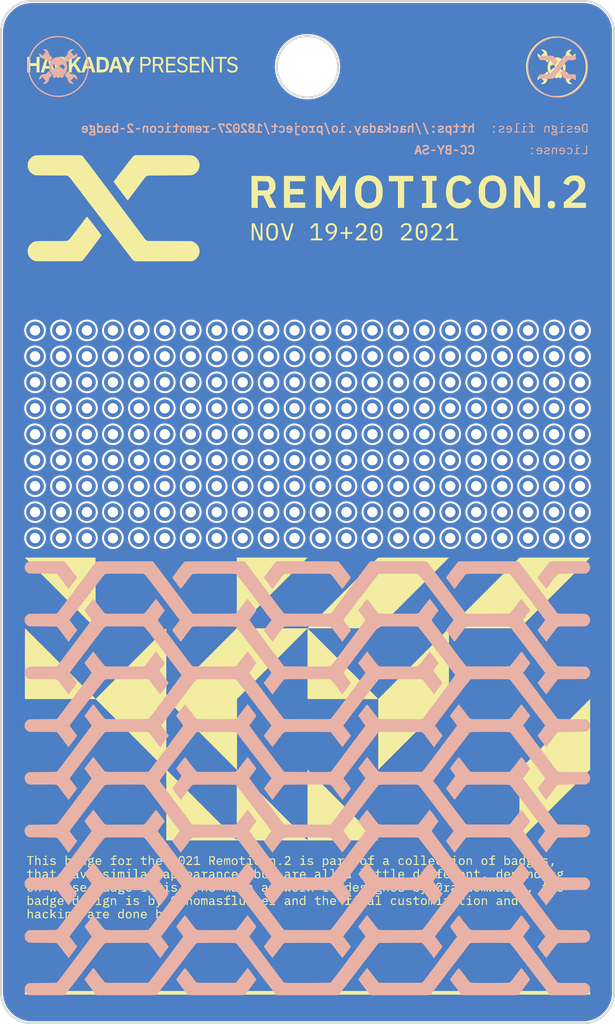
<source format=kicad_pcb>
(kicad_pcb (version 20210925) (generator pcbnew)

  (general
    (thickness 1.6)
  )

  (paper "A4")
  (title_block
    (title "Remoticon.2 Badge")
    (date "2021-10-12")
    (rev "0.1")
  )

  (layers
    (0 "F.Cu" signal)
    (31 "B.Cu" signal)
    (32 "B.Adhes" user "B.Adhesive")
    (33 "F.Adhes" user "F.Adhesive")
    (34 "B.Paste" user)
    (35 "F.Paste" user)
    (36 "B.SilkS" user "B.Silkscreen")
    (37 "F.SilkS" user "F.Silkscreen")
    (38 "B.Mask" user)
    (39 "F.Mask" user)
    (40 "Dwgs.User" user "User.Drawings")
    (41 "Cmts.User" user "User.Comments")
    (42 "Eco1.User" user "User.Eco1")
    (43 "Eco2.User" user "User.Eco2")
    (44 "Edge.Cuts" user)
    (45 "Margin" user)
    (46 "B.CrtYd" user "B.Courtyard")
    (47 "F.CrtYd" user "F.Courtyard")
    (48 "B.Fab" user)
    (49 "F.Fab" user)
    (50 "User.1" user)
    (51 "User.2" user)
    (52 "User.3" user)
    (53 "User.4" user)
    (54 "User.5" user)
    (55 "User.6" user)
    (56 "User.7" user)
    (57 "User.8" user)
    (58 "User.9" user)
  )

  (setup
    (stackup
      (layer "F.SilkS" (type "Top Silk Screen") (color "White"))
      (layer "F.Paste" (type "Top Solder Paste"))
      (layer "F.Mask" (type "Top Solder Mask") (color "Purple") (thickness 0.01))
      (layer "F.Cu" (type "copper") (thickness 0.035))
      (layer "dielectric 1" (type "core") (thickness 1.51) (material "FR4") (epsilon_r 4.5) (loss_tangent 0.02))
      (layer "B.Cu" (type "copper") (thickness 0.035))
      (layer "B.Mask" (type "Bottom Solder Mask") (color "Purple") (thickness 0.01))
      (layer "B.Paste" (type "Bottom Solder Paste"))
      (layer "B.SilkS" (type "Bottom Silk Screen") (color "White"))
      (copper_finish "None")
      (dielectric_constraints no)
    )
    (pad_to_mask_clearance 0)
    (grid_origin 80 100)
    (pcbplotparams
      (layerselection 0x00010fc_ffffffff)
      (disableapertmacros false)
      (usegerberextensions false)
      (usegerberattributes true)
      (usegerberadvancedattributes true)
      (creategerberjobfile true)
      (svguseinch false)
      (svgprecision 6)
      (excludeedgelayer true)
      (plotframeref false)
      (viasonmask false)
      (mode 1)
      (useauxorigin false)
      (hpglpennumber 1)
      (hpglpenspeed 20)
      (hpglpendiameter 15.000000)
      (dxfpolygonmode true)
      (dxfimperialunits true)
      (dxfusepcbnewfont true)
      (psnegative false)
      (psa4output false)
      (plotreference true)
      (plotvalue true)
      (plotinvisibletext false)
      (sketchpadsonfab false)
      (subtractmaskfromsilk false)
      (outputformat 1)
      (mirror false)
      (drillshape 1)
      (scaleselection 1)
      (outputdirectory "")
    )
  )

  (net 0 "")

  (footprint "Connectors:PTH_Proto_pad" (layer "F.Cu") (at 93.97 97.46))

  (footprint "Connectors:PTH_Proto_pad" (layer "F.Cu") (at 88.89 82.22))

  (footprint "Connectors:PTH_Proto_pad" (layer "F.Cu") (at 76.19 100))

  (footprint "Connectors:PTH_Proto_pad" (layer "F.Cu") (at 66.03 100))

  (footprint "Connectors:PTH_Proto_pad" (layer "F.Cu") (at 63.49 102.54))

  (footprint "Connectors:PTH_Proto_pad" (layer "F.Cu") (at 86.35 94.92))

  (footprint "LOGO" (layer "F.Cu") (at 80 100))

  (footprint "Connectors:PTH_Proto_pad" (layer "F.Cu") (at 101.59 82.22))

  (footprint "Connectors:PTH_Proto_pad" (layer "F.Cu") (at 86.35 92.38))

  (footprint "Connectors:PTH_Proto_pad" (layer "F.Cu") (at 106.67 97.46))

  (footprint "Connectors:PTH_Proto_pad" (layer "F.Cu") (at 93.97 84.76))

  (footprint "Connectors:PTH_Proto_pad" (layer "F.Cu") (at 101.59 89.84))

  (footprint "Connectors:PTH_Proto_pad" (layer "F.Cu") (at 88.89 87.3))

  (footprint "Connectors:PTH_Proto_pad" (layer "F.Cu") (at 60.95 97.46))

  (footprint "Connectors:PTH_Proto_pad" (layer "F.Cu") (at 81.27 87.3))

  (footprint "LOGO" (layer "F.Cu") (at 80 100))

  (footprint "Connectors:PTH_Proto_pad" (layer "F.Cu") (at 73.65 84.76))

  (footprint "Connectors:PTH_Proto_pad" (layer "F.Cu") (at 99.05 92.38))

  (footprint "Connectors:PTH_Proto_pad" (layer "F.Cu") (at 71.11 94.92))

  (footprint "Connectors:PTH_Proto_pad" (layer "F.Cu") (at 76.19 94.92))

  (footprint "Connectors:PTH_Proto_pad" (layer "F.Cu") (at 96.51 94.92))

  (footprint "Connectors:PTH_Proto_pad" (layer "F.Cu") (at 96.51 87.3))

  (footprint "Connectors:PTH_Proto_pad" (layer "F.Cu") (at 73.65 89.84))

  (footprint "Connectors:PTH_Proto_pad" (layer "F.Cu") (at 93.97 82.22))

  (footprint "Connectors:PTH_Proto_pad" (layer "F.Cu") (at 78.73 94.92))

  (footprint "Connectors:PTH_Proto_pad" (layer "F.Cu") (at 93.97 87.3))

  (footprint "Connectors:PTH_Proto_pad" (layer "F.Cu") (at 58.41 82.22))

  (footprint "Connectors:PTH_Proto_pad" (layer "F.Cu") (at 55.87 97.46))

  (footprint "Connectors:PTH_Proto_pad" (layer "F.Cu") (at 88.89 100))

  (footprint "Connectors:PTH_Proto_pad" (layer "F.Cu") (at 83.81 94.92))

  (footprint "Connectors:PTH_Proto_pad" (layer "F.Cu") (at 91.43 89.84))

  (footprint "Connectors:PTH_Proto_pad" (layer "F.Cu") (at 91.43 92.38))

  (footprint "Connectors:PTH_Proto_pad" (layer "F.Cu") (at 104.13 102.54))

  (footprint "Connectors:PTH_Proto_pad" (layer "F.Cu") (at 60.95 84.76))

  (footprint "Connectors:PTH_Proto_pad" (layer "F.Cu") (at 96.51 100))

  (footprint "Connectors:PTH_Proto_pad" (layer "F.Cu") (at 101.59 92.38))

  (footprint "Connectors:PTH_Proto_pad" (layer "F.Cu") (at 81.27 92.38))

  (footprint "Connectors:PTH_Proto_pad" (layer "F.Cu") (at 104.13 87.3))

  (footprint "Connectors:PTH_Proto_pad" (layer "F.Cu") (at 78.73 100))

  (footprint "Connectors:PTH_Proto_pad" (layer "F.Cu") (at 83.81 97.46))

  (footprint "Connectors:PTH_Proto_pad" (layer "F.Cu") (at 99.05 87.3))

  (footprint "Connectors:PTH_Proto_pad" (layer "F.Cu") (at 104.13 89.84))

  (footprint "Connectors:PTH_Proto_pad" (layer "F.Cu") (at 55.87 102.54))

  (footprint "Connectors:PTH_Proto_pad" (layer "F.Cu") (at 96.51 82.22))

  (footprint "Connectors:PTH_Proto_pad" (layer "F.Cu") (at 99.05 82.22))

  (footprint "Connectors:PTH_Proto_pad" (layer "F.Cu") (at 71.11 87.3))

  (footprint "Connectors:PTH_Proto_pad" (layer "F.Cu") (at 58.41 92.38))

  (footprint "Connectors:PTH_Proto_pad" (layer "F.Cu") (at 106.67 100))

  (footprint "Connectors:PTH_Proto_pad" (layer "F.Cu") (at 78.73 92.38))

  (footprint "Connectors:PTH_Proto_pad" (layer "F.Cu") (at 53.33 82.22))

  (footprint "Connectors:PTH_Proto_pad" (layer "F.Cu") (at 99.05 89.84))

  (footprint "Connectors:PTH_Proto_pad" (layer "F.Cu") (at 86.35 100))

  (footprint "Connectors:PTH_Proto_pad" (layer "F.Cu") (at 63.49 94.92))

  (footprint "Connectors:PTH_Proto_pad" (layer "F.Cu") (at 55.87 92.38))

  (footprint "Connectors:PTH_Proto_pad" (layer "F.Cu") (at 83.81 92.38))

  (footprint "Connectors:PTH_Proto_pad" (layer "F.Cu") (at 88.89 89.84))

  (footprint "Connectors:PTH_Proto_pad" (layer "F.Cu") (at 81.27 82.22))

  (footprint "Connectors:PTH_Proto_pad" (layer "F.Cu") (at 99.05 100))

  (footprint "Connectors:PTH_Proto_pad" (layer "F.Cu") (at 60.95 102.54))

  (footprint "Connectors:PTH_Proto_pad" (layer "F.Cu") (at 81.27 102.54))

  (footprint "Connectors:PTH_Proto_pad" (layer "F.Cu") (at 53.33 87.3))

  (footprint "Connectors:PTH_Proto_pad" (layer "F.Cu") (at 78.73 102.54))

  (footprint "Connectors:PTH_Proto_pad" (layer "F.Cu") (at 73.65 102.54))

  (footprint "Connectors:PTH_Proto_pad" (layer "F.Cu") (at 53.33 92.38))

  (footprint "Connectors:PTH_Proto_pad" (layer "F.Cu") (at 66.03 87.3))

  (footprint "Connectors:PTH_Proto_pad" (layer "F.Cu") (at 60.95 100))

  (footprint "Connectors:PTH_Proto_pad" (layer "F.Cu") (at 81.27 89.84))

  (footprint "Connectors:PTH_Proto_pad" (layer "F.Cu") (at 55.87 84.76))

  (footprint "Connectors:PTH_Proto_pad" (layer "F.Cu") (at 71.11 92.38))

  (footprint "Connectors:PTH_Proto_pad" (layer "F.Cu") (at 63.49 92.38))

  (footprint "Connectors:PTH_Proto_pad" (layer "F.Cu") (at 68.57 97.46))

  (footprint "Connectors:PTH_Proto_pad" (layer "F.Cu") (at 58.41 87.3))

  (footprint "Connectors:PTH_Proto_pad" (layer "F.Cu") (at 76.19 87.3))

  (footprint "Connectors:PTH_Proto_pad" (layer "F.Cu") (at 88.89 84.76))

  (footprint "Connectors:PTH_Proto_pad" (layer "F.Cu") (at 68.57 82.22))

  (footprint "Connectors:PTH_Proto_pad" (layer "F.Cu") (at 58.41 89.84))

  (footprint "Connectors:PTH_Proto_pad" (layer "F.Cu") (at 99.05 94.92))

  (footprint "Connectors:PTH_Proto_pad" (layer "F.Cu") (at 104.13 92.38))

  (footprint "Connectors:PTH_Proto_pad" (layer "F.Cu") (at 88.89 92.38))

  (footprint "Connectors:PTH_Proto_pad" (layer "F.Cu") (at 83.81 82.22))

  (footprint "Connectors:PTH_Proto_pad" (layer "F.Cu") (at 60.95 82.22))

  (footprint "Connectors:PTH_Proto_pad" (layer "F.Cu") (at 106.67 84.76))

  (footprint "Connectors:PTH_Proto_pad" (layer "F.Cu") (at 96.51 97.46))

  (footprint "Connectors:PTH_Proto_pad" (layer "F.Cu") (at 88.89 94.92))

  (footprint "Connectors:PTH_Proto_pad" (layer "F.Cu") (at 71.11 89.84))

  (footprint "Connectors:PTH_Proto_pad" (layer "F.Cu") (at 73.65 97.46))

  (footprint "Connectors:PTH_Proto_pad" (layer "F.Cu") (at 60.95 89.84))

  (footprint "Connectors:PTH_Proto_pad" (layer "F.Cu") (at 86.35 82.22))

  (footprint "Connectors:PTH_Proto_pad" (layer "F.Cu") (at 83.81 84.76))

  (footprint "Connectors:PTH_Proto_pad" (layer "F.Cu") (at 55.87 87.3))

  (footprint "Connectors:PTH_Proto_pad" (layer "F.Cu") (at 78.73 87.3))

  (footprint "Connectors:PTH_Proto_pad" (layer "F.Cu") (at 66.03 94.92))

  (footprint "Connectors:PTH_Proto_pad" (layer "F.Cu") (at 101.59 100))

  (footprint "Connectors:PTH_Proto_pad" (layer "F.Cu") (at 73.65 100))

  (footprint "Connectors:PTH_Proto_pad" (layer "F.Cu") (at 76.19 92.38))

  (footprint "Connectors:PTH_Proto_pad" (layer "F.Cu") (at 53.33 102.54))

  (footprint "Connectors:PTH_Proto_pad" (layer "F.Cu") (at 73.65 87.3))

  (footprint "Connectors:PTH_Proto_pad" (layer "F.Cu") (at 58.41 84.76))

  (footprint "Connectors:PTH_Proto_pad" (layer "F.Cu") (at 99.05 84.76))

  (footprint "Connectors:PTH_Proto_pad" (layer "F.Cu") (at 101.59 84.76))

  (footprint "Connectors:PTH_Proto_pad" (layer "F.Cu") (at 93.97 100))

  (footprint "Connectors:PTH_Proto_pad" (layer "F.Cu") (at 71.11 97.46))

  (footprint "Connectors:PTH_Proto_pad" (layer "F.Cu") (at 60.95 87.3))

  (footprint "Connectors:PTH_Proto_pad" (layer "F.Cu") (at 76.19 89.84))

  (footprint "Connectors:PTH_Proto_pad" (layer "F.Cu") (at 106.67 92.38))

  (footprint "Connectors:PTH_Proto_pad" (layer "F.Cu") (at 76.19 97.46))

  (footprint "Connectors:PTH_Proto_pad" (layer "F.Cu") (at 58.41 100))

  (footprint "Connectors:PTH_Proto_pad" (layer "F.Cu") (at 86.35 84.76))

  (footprint "Connectors:PTH_Proto_pad" (layer "F.Cu") (at 73.65 94.92))

  (footprint "Connectors:PTH_Proto_pad" (layer "F.Cu") (at 68.57 102.54))

  (footprint "Connectors:PTH_Proto_pad" (layer "F.Cu") (at 63.49 97.46))

  (footprint "Connectors:PTH_Proto_pad" (layer "F.Cu") (at 78.73 97.46))

  (footprint "Connectors:PTH_Proto_pad" (layer "F.Cu") (at 53.33 89.84))

  (footprint "Connectors:PTH_Proto_pad" (layer "F.Cu") (at 53.33 97.46))

  (footprint "Connectors:PTH_Proto_pad" (layer "F.Cu") (at 93.97 92.38))

  (footprint "Connectors:PTH_Proto_pad" (layer "F.Cu") (at 63.49 82.22))

  (footprint "Connectors:PTH_Proto_pad" (layer "F.Cu") (at 76.19 82.22))

  (footprint "Connectors:PTH_Proto_pad" (layer "F.Cu") (at 106.67 87.3))

  (footprint "Connectors:PTH_Proto_pad" (layer "F.Cu") (at 60.95 92.38))

  (footprint "Connectors:PTH_Proto_pad" (layer "F.Cu") (at 104.13 100))

  (footprint "Connectors:PTH_Proto_pad" (layer "F.Cu") (at 78.73 84.76))

  (footprint "Connectors:PTH_Proto_pad" (layer "F.Cu") (at 83.81 100))

  (footprint "Connectors:PTH_Proto_pad" (layer "F.Cu") (at 71.11 84.76))

  (footprint "Connectors:PTH_Proto_pad" (layer "F.Cu") (at 66.03 89.84))

  (footprint "Connectors:PTH_Proto_pad" (layer "F.Cu") (at 66.03 82.22))

  (footprint "Connectors:PTH_Proto_pad" (layer "F.Cu") (at 63.49 100))

  (footprint "Connectors:PTH_Proto_pad" (layer "F.Cu") (at 68.57 89.84))

  (footprint "Connectors:PTH_Proto_pad" (layer "F.Cu") (at 104.13 84.76))

  (footprint "LOGO" (layer "F.Cu")
    (tedit 615CB24C) (tstamp a16fc4e5-0335-4009-972d-b935b8b5d028)
    (at 80 100)
    (attr board_only exclude_from_pos_files exclude_from_bom)
    (fp_text reference "G***" (at 0 0) (layer "F.SilkS") hide
      (effects (font (size 1.524 1.524) (thickness 0.3)))
      (tstamp 9ae808ab-3db1-486b-8554-d090df234966)
    )
    (fp_text value "LOGO" (at 0.75 0) (layer "F.SilkS") hide
      (effects (font (size 1.524 1.524) (thickness 0.3)))
      (tstamp 1343ef0c-7083-4a94-be12-b300a8e09a7a)
    )
    (fp_poly (pts
        (xy -12.942604 33.652677)
        (xy -12.879051 33.694312)
        (xy -12.862065 33.710374)
        (xy -12.828041 33.751713)
        (xy -12.811143 33.798124)
        (xy -12.805946 33.866387)
        (xy -12.805833 33.88429)
        (xy -12.81286 33.965834)
        (xy -12.837133 34.038954)
        (xy -12.883447 34.111085)
        (xy -12.956596 34.18966)
        (xy -13.061372 34.282113)
        (xy -13.06347 34.283861)
        (xy -13.21069 34.406417)
        (xy -12.987095 34.412425)
        (xy -12.887861 34.41542)
        (xy -12.823432 34.419309)
        (xy -12.786291 34.426048)
        (xy -12.768922 34.437594)
        (xy -12.763811 34.455902)
        (xy -12.7635 34.470633)
        (xy -12.7635 34.522834)
        (xy -13.049914 34.522834)
        (xy -13.1698 34.521985)
        (xy -13.253486 34.519023)
        (xy -13.307081 34.513321)
        (xy -13.336693 34.504256)
        (xy -13.348038 34.49232)
        (xy -13.354865 34.460434)
        (xy -13.346794 34.427451)
        (xy -13.319471 34.387122)
        (xy -13.268542 34.333198)
        (xy -13.189654 34.259429)
        (xy -13.179151 34.249897)
        (xy -13.081776 34.160146)
        (xy -13.012332 34.091125)
        (xy -12.966238 34.036451)
        (xy -12.938915 33.989742)
        (xy -12.925781 33.944616)
        (xy -12.922256 33.89469)
        (xy -12.92225 33.891936)
        (xy -12.935288 33.810361)
        (xy -12.975723 33.760532)
        (xy -13.045535 33.740341)
        (xy -13.065271 33.739667)
        (xy -13.154209 33.756774)
        (xy -13.218182 33.808019)
        (xy -13.234061 33.832924)
        (xy -13.261698 33.867763)
        (xy -13.297562 33.868583)
        (xy -13.308542 33.864824)
        (xy -13.344817 33.844498)
        (xy -13.351706 33.816947)
        (xy -13.328082 33.775069)
        (xy -13.286648 33.726687)
        (xy -13.228418 33.673997)
        (xy -13.166624 33.647671)
        (xy -13.118574 33.63972)
        (xy -13.017974 33.635711)
      ) (layer "F.SilkS") (width 0) (fill solid) (tstamp 000f5c65-8e65-4d89-b3f3-be2ec75b479f))
    (fp_poly (pts
        (xy 7.73187 33.866306)
        (xy 7.819756 33.897734)
        (xy 7.86132 33.929198)
        (xy 7.881895 33.955)
        (xy 7.895699 33.989452)
        (xy 7.904505 34.041696)
        (xy 7.910089 34.120873)
        (xy 7.912968 34.19529)
        (xy 7.916856 34.294608)
        (xy 7.921816 34.359016)
        (xy 7.929444 34.395936)
        (xy 7.941332 34.412786)
        (xy 7.959075 34.416988)
        (xy 7.960593 34.417)
        (xy 7.992578 34.43048)
        (xy 8.001 34.469917)
        (xy 7.99365 34.50845)
        (xy 7.963055 34.521932)
        (xy 7.94078 34.522834)
        (xy 7.882773 34.50886)
        (xy 7.843808 34.482222)
        (xy 7.815165 34.454705)
        (xy 7.793198 34.457534)
        (xy 7.766444 34.482222)
        (xy 7.724075 34.509189)
        (xy 7.659636 34.521314)
        (xy 7.611298 34.522834)
        (xy 7.540763 34.519946)
        (xy 7.495718 34.507003)
        (xy 7.459477 34.47759)
        (xy 7.441965 34.457709)
        (xy 7.394634 34.378423)
        (xy 7.389407 34.330758)
        (xy 7.514167 34.330758)
        (xy 7.531201 34.389513)
        (xy 7.575206 34.426434)
        (xy 7.635539 34.439104)
        (xy 7.701552 34.425109)
        (xy 7.758545 34.386212)
        (xy 7.794614 34.334953)
        (xy 7.810466 34.282352)
        (xy 7.8105 34.280379)
        (xy 7.806614 34.246971)
        (xy 7.787331 34.231262)
        (xy 7.741214 34.226686)
        (xy 7.716628 34.2265)
        (xy 7.615905 34.233564)
        (xy 7.551459 34.256082)
        (xy 7.519434 34.296038)
        (xy 7.514167 34.330758)
        (xy 7.389407 34.330758)
        (xy 7.386548 34.30468)
        (xy 7.414653 34.240318)
        (xy 7.475895 34.189172)
        (xy 7.56722 34.15508)
        (xy 7.685574 34.141878)
        (xy 7.693403 34.141834)
        (xy 7.763836 34.140093)
        (xy 7.799001 34.129718)
        (xy 7.805955 34.102976)
        (xy 7.791754 34.052134)
        (xy 7.787218 34.039031)
        (xy 7.748556 33.984146)
        (xy 7.687215 33.956215)
        (xy 7.61407 33.956377)
        (xy 7.539996 33.985773)
        (xy 7.508216 34.009776)
        (xy 7.476008 34.032102)
        (xy 7.450477 34.022985)
        (xy 7.438988 34.012226)
        (xy 7.421183 33.986994)
        (xy 7.430349 33.96176)
        (xy 7.458768 33.932499)
        (xy 7.537654 33.8838)
        (xy 7.633262 33.861699)
      ) (layer "F.SilkS") (width 0) (fill solid) (tstamp 0145ccd0-dd30-49f9-8343-cbf2abcdb055))
    (fp_poly (pts
        (xy 24.637614 -46.532627)
        (xy 24.808299 -46.519132)
        (xy 24.949584 -46.497726)
        (xy 24.9555 -46.496482)
        (xy 25.306692 -46.400759)
        (xy 25.637258 -46.269049)
        (xy 25.945267 -46.10328)
        (xy 26.22879 -45.905378)
        (xy 26.485896 -45.677271)
        (xy 26.714656 -45.420885)
        (xy 26.913139 -45.138147)
        (xy 27.079417 -44.830985)
        (xy 27.211558 -44.501325)
        (xy 27.307634 -44.151095)
        (xy 27.308497 -44.147071)
        (xy 27.327067 -44.05124)
        (xy 27.340101 -43.958792)
        (xy 27.348456 -43.858817)
        (xy 27.35299 -43.740406)
        (xy 27.354562 -43.592649)
        (xy 27.354597 -43.561)
        (xy 27.353482 -43.40657)
        (xy 27.349564 -43.283519)
        (xy 27.341986 -43.180936)
        (xy 27.329889 -43.087913)
        (xy 27.312415 -42.993539)
        (xy 27.308497 -42.974929)
        (xy 27.213434 -42.624334)
        (xy 27.0827 -42.296319)
        (xy 26.915635 -41.989667)
        (xy 26.711579 -41.703163)
        (xy 26.478974 -41.444645)
        (xy 26.213196 -41.208608)
        (xy 25.92395 -41.007575)
        (xy 25.612807 -40.842418)
        (xy 25.28134 -40.71401)
        (xy 25.040167 -40.646951)
        (xy 24.884606 -40.618453)
        (xy 24.700593 -40.597841)
        (xy 24.501351 -40.585571)
        (xy 24.300103 -40.582093)
        (xy 24.110072 -40.587862)
        (xy 23.944481 -40.603329)
        (xy 23.911308 -40.608296)
        (xy 23.560776 -40.686274)
        (xy 23.227295 -40.802871)
        (xy 22.91218 -40.957402)
        (xy 22.616746 -41.149187)
        (xy 22.342308 -41.377542)
        (xy 22.244349 -41.473205)
        (xy 22.013691 -41.736732)
        (xy 21.819997 -42.017071)
        (xy 21.662799 -42.311265)
        (xy 21.541627 -42.616355)
        (xy 21.456013 -42.929381)
        (xy 21.405489 -43.247384)
        (xy 21.389904 -43.561)
        (xy 21.519806 -43.561)
        (xy 21.527054 -43.318772)
        (xy 21.550562 -43.100715)
        (xy 21.592972 -42.890917)
        (xy 21.656927 -42.673465)
        (xy 21.676924 -42.615095)
        (xy 21.807465 -42.305735)
        (xy 21.974531 -42.013178)
        (xy 22.174644 -41.741306)
        (xy 22.404325 -41.493998)
        (xy 22.660095 -41.275136)
        (xy 22.938474 -41.088601)
        (xy 23.142159 -40.980655)
        (xy 23.310507 -40.909075)
        (xy 23.502975 -40.841141)
        (xy 23.701403 -40.782664)
        (xy 23.887631 -40.739455)
        (xy 23.90775 -40.735671)
        (xy 24.016561 -40.722073)
        (xy 24.155814 -40.713956)
        (xy 24.314166 -40.711102)
        (xy 24.480272 -40.713296)
        (xy 24.642791 -40.720321)
        (xy 24.790379 -40.731961)
        (xy 24.911693 -40.747999)
        (xy 24.950171 -40.755563)
        (xy 25.29479 -40.852518)
        (xy 25.615177 -40.983931)
        (xy 25.912604 -41.15047)
        (xy 26.188341 -41.352804)
        (xy 26.336464 -41.484569)
        (xy 26.577497 -41.741205)
        (xy 26.781613 -42.018044)
        (xy 26.949489 -42.316275)
        (xy 27.081803 -42.637088)
        (xy 27.172546 -42.952514)
        (xy 27.194266 -43.050809)
        (xy 27.209646 -43.137447)
        (xy 27.21977 -43.223832)
        (xy 27.225721 -43.321367)
        (xy 27.228581 -43.441455)
        (xy 27.229342 -43.550416)
        (xy 27.224967 -43.773667)
        (xy 27.208714 -43.969758)
        (xy 27.178101 -44.152807)
        (xy 27.130644 -44.336932)
        (xy 27.063862 -44.536251)
        (xy 27.048785 -44.577)
        (xy 26.911853 -44.883019)
        (xy 26.738377 -45.170981)
        (xy 26.53154 -45.437451)
        (xy 26.294524 -45.678997)
        (xy 26.030511 -45.892185)
        (xy 25.742686 -46.073581)
        (xy 25.588387 -46.152444)
        (xy 25.319384 -46.264474)
        (xy 25.050947 -46.344115)
        (xy 24.773625 -46.393246)
        (xy 24.477967 -46.413743)
        (xy 24.278167 -46.412805)
        (xy 24.135378 -46.407636)
        (xy 24.022901 -46.400681)
        (xy 23.928712 -46.390425)
        (xy 23.84079 -46.37535)
        (xy 23.747112 -46.35394)
        (xy 23.6855 -46.338047)
        (xy 23.34645 -46.227554)
        (xy 23.029669 -46.082326)
        (xy 22.737071 -45.904108)
        (xy 22.47057 -45.694645)
        (xy 22.232078 -45.455681)
        (xy 22.02351 -45.188961)
        (xy 21.846778 -44.896229)
        (xy 21.703797 -44.579232)
        (xy 21.677236 -44.506904)
        (xy 21.607271 -44.285466)
        (xy 21.559535 -44.075242)
        (xy 21.531402 -43.860468)
        (xy 21.520248 -43.625378)
        (xy 21.519806 -43.561)
        (xy 21.389904 -43.561)
        (xy 21.389586 -43.567406)
        (xy 21.407836 -43.886487)
        (xy 21.45977 -44.20167)
        (xy 21.544919 -44.509993)
        (xy 21.662816 -44.8085)
        (xy 21.812992 -45.094231)
        (xy 21.994977 -45.364226)
        (xy 22.208304 -45.615528)
        (xy 22.452505 -45.845176)
        (xy 22.72711 -46.050212)
        (xy 22.99407 -46.208215)
        (xy 23.230529 -46.321474)
        (xy 23.464581 -46.408832)
        (xy 23.716773 -46.477826)
        (xy 23.749277 -46.485239)
        (xy 23.892925 -46.509672)
        (xy 24.065185 -46.526735)
        (xy 24.254455 -46.536321)
        (xy 24.449132 -46.538321)
      ) (layer "F.SilkS") (width 0) (fill solid) (tstamp 01bc2791-58c6-4d97-a78f-36733ef32b64))
    (fp_poly (pts
        (xy 10.3505 -32.363833)
        (xy 9.4615 -32.363833)
        (xy 9.4615 -29.760333)
        (xy 8.847667 -29.760333)
        (xy 8.847667 -32.363833)
        (xy 7.958667 -32.363833)
        (xy 7.958667 -32.893)
        (xy 10.3505 -32.893)
      ) (layer "F.SilkS") (width 0) (fill solid) (tstamp 0312c3d5-e39d-4b3f-a5a5-e8af61c20df9))
    (fp_poly (pts
        (xy 8.516585 37.781792)
        (xy 8.584341 37.798895)
        (xy 8.590009 37.80171)
        (xy 8.642415 37.843519)
        (xy 8.666832 37.892222)
        (xy 8.658568 37.936828)
        (xy 8.651398 37.945506)
        (xy 8.626863 37.962399)
        (xy 8.600906 37.95386)
        (xy 8.565628 37.92187)
        (xy 8.494687 37.876068)
        (xy 8.418672 37.869748)
        (xy 8.34626 37.903011)
        (xy 8.328121 37.919121)
        (xy 8.298769 37.954872)
        (xy 8.282974 37.996677)
        (xy 8.276838 38.058659)
        (xy 8.276167 38.107276)
        (xy 8.283987 38.211815)
        (xy 8.309972 38.282593)
        (xy 8.357907 38.325663)
        (xy 8.425504 38.346161)
        (xy 8.48376 38.348359)
        (xy 8.533035 38.328107)
        (xy 8.56982 38.30009)
        (xy 8.614941 38.265024)
        (xy 8.642549 38.255807)
        (xy 8.665921 38.269235)
        (xy 8.672273 38.275369)
        (xy 8.690182 38.299239)
        (xy 8.685524 38.323318)
        (xy 8.654343 38.359928)
        (xy 8.64071 38.373713)
        (xy 8.594874 38.413286)
        (xy 8.548888 38.432591)
        (xy 8.484117 38.438433)
        (xy 8.463003 38.438588)
        (xy 8.354385 38.426381)
        (xy 8.285063 38.398758)
        (xy 8.220871 38.336576)
        (xy 8.179296 38.249115)
        (xy 8.160301 38.146857)
        (xy 8.163846 38.040282)
        (xy 8.189895 37.939872)
        (xy 8.238408 37.856109)
        (xy 8.287202 37.812007)
        (xy 8.34876 37.789003)
        (xy 8.431639 37.778714)
      ) (layer "F.SilkS") (width 0) (fill solid) (tstamp 03acd156-1f6c-4a64-825c-5040bebf3cba))
    (fp_poly (pts
        (xy -5.559231 33.605659)
        (xy -5.538919 33.623762)
        (xy -5.535083 33.665584)
        (xy -5.540427 33.71007)
        (xy -5.565201 33.729546)
        (xy -5.604021 33.735727)
        (xy -5.662479 33.731639)
        (xy -5.685186 33.710505)
        (xy -5.694237 33.650874)
        (xy -5.667874 33.614241)
        (xy -5.608877 33.602084)
      ) (layer "F.SilkS") (width 0) (fill solid) (tstamp 055ffafe-4645-4826-b42d-34ba93f10bc5))
    (fp_poly (pts
        (xy -17.216494 33.869689)
        (xy -17.192813 33.883849)
        (xy -17.187344 33.916786)
        (xy -17.187333 33.919584)
        (xy -17.194663 33.95809)
        (xy -17.225198 33.971585)
        (xy -17.247675 33.9725)
        (xy -17.327927 33.982419)
        (xy -17.401266 34.008204)
        (xy -17.452697 34.043898)
        (xy -17.462947 34.058002)
        (xy -17.473057 34.097387)
        (xy -17.480435 34.165198)
        (xy -17.483632 34.247545)
        (xy -17.483667 34.256859)
        (xy -17.483667 34.417)
        (xy -17.36725 34.417)
        (xy -17.300576 34.418374)
        (xy -17.265859 34.425634)
        (xy -17.252741 34.443489)
        (xy -17.250833 34.469917)
        (xy -17.250833 34.522834)
        (xy -17.78 34.522834)
        (xy -17.78 34.469917)
        (xy -17.776052 34.437263)
        (xy -17.756647 34.421792)
        (xy -17.710441 34.417202)
        (xy -17.68475 34.417)
        (xy -17.5895 34.417)
        (xy -17.5895 33.9725)
        (xy -17.68475 33.9725)
        (xy -17.743527 33.970307)
        (xy -17.771375 33.959526)
        (xy -17.779636 33.933856)
        (xy -17.78 33.919584)
        (xy -17.777821 33.891937)
        (xy -17.765135 33.876115)
        (xy -17.732717 33.868822)
        (xy -17.671342 33.866763)
        (xy -17.631833 33.866667)
        (xy -17.554445 33.867394)
        (xy -17.510158 33.871852)
        (xy -17.489738 33.883455)
        (xy -17.483955 33.905617)
        (xy -17.483667 33.921465)
        (xy -17.483667 33.976263)
        (xy -17.418543 33.921465)
        (xy -17.340369 33.876577)
        (xy -17.270376 33.866667)
      ) (layer "F.SilkS") (width 0) (fill solid) (tstamp 058d7e51-5856-4703-a773-3b655774a44f))
    (fp_poly (pts
        (xy -25.040167 39.373507)
        (xy -24.886708 39.234405)
        (xy -24.809322 39.166747)
        (xy -24.752671 39.124488)
        (xy -24.708279 39.102382)
        (xy -24.667674 39.095185)
        (xy -24.661568 39.095068)
        (xy -24.589887 39.094834)
        (xy -24.724635 39.218767)
        (xy -24.859383 39.342701)
        (xy -24.766035 39.467476)
        (xy -24.711068 39.540922)
        (xy -24.658366 39.611297)
        (xy -24.621081 39.661042)
        (xy -24.569476 39.729834)
        (xy -24.64078 39.729241)
        (xy -24.677236 39.725618)
        (xy -24.708899 39.711009)
        (xy -24.743579 39.678771)
        (xy -24.789084 39.622262)
        (xy -24.827262 39.57061)
        (xy -24.942441 39.41257)
        (xy -24.991304 39.458475)
        (xy -25.022052 39.497136)
        (xy -25.036723 39.547663)
        (xy -25.040167 39.617106)
        (xy -25.041333 39.682318)
        (xy -25.048809 39.715785)
        (xy -25.068557 39.728094)
        (xy -25.103667 39.729834)
        (xy -25.167167 39.729834)
        (xy -25.167167 38.819667)
        (xy -25.040167 38.819667)
      ) (layer "F.SilkS") (width 0) (fill solid) (tstamp 06cd65c7-a0b8-4a85-96d7-142b270c1f95))
    (fp_poly (pts
        (xy 12.937535 36.24782)
        (xy 13.025141 36.280569)
        (xy 13.093044 36.335411)
        (xy 13.113682 36.366137)
        (xy 13.127472 36.406912)
        (xy 13.13685 36.470702)
        (xy 13.142333 36.563496)
        (xy 13.144438 36.691286)
        (xy 13.1445 36.723116)
        (xy 13.144188 36.84062)
        (xy 13.142635 36.922286)
        (xy 13.138918 36.974609)
        (xy 13.132111 37.004082)
        (xy 13.121291 37.017201)
        (xy 13.105532 37.02046)
        (xy 13.102167 37.0205)
        (xy 13.067802 37.009889)
        (xy 13.059833 36.9951)
        (xy 13.053586 36.980374)
        (xy 13.034433 36.9951)
        (xy 12.997732 37.011792)
        (xy 12.939991 37.020244)
        (xy 12.928289 37.0205)
        (xy 12.869024 37.014172)
        (xy 12.830509 36.987466)
        (xy 12.805601 36.951709)
        (xy 12.776251 36.877118)
        (xy 12.763952 36.78682)
        (xy 12.764536 36.771459)
        (xy 12.869333 36.771459)
        (xy 12.876138 36.858691)
        (xy 12.898664 36.910963)
        (xy 12.940082 36.933743)
        (xy 12.964583 36.935834)
        (xy 13.013157 36.924371)
        (xy 13.034433 36.910434)
        (xy 13.04961 36.873492)
        (xy 13.057755 36.810247)
        (xy 13.058684 36.736167)
        (xy 13.052213 36.666724)
        (xy 13.038159 36.61739)
        (xy 13.037922 36.616942)
        (xy 13.000007 36.58398)
        (xy 12.964583 36.576)
        (xy 12.916253 36.590219)
        (xy 12.885716 36.635335)
        (xy 12.871172 36.715042)
        (xy 12.869333 36.771459)
        (xy 12.764536 36.771459)
        (xy 12.767527 36.69273)
        (xy 12.785799 36.606768)
        (xy 12.817593 36.54085)
        (xy 12.849001 36.512053)
        (xy 12.924322 36.492314)
        (xy 12.996479 36.509339)
        (xy 13.023769 36.528375)
        (xy 13.050614 36.550333)
        (xy 13.058795 36.544669)
        (xy 13.052667 36.505193)
        (xy 13.049826 36.491334)
        (xy 13.017437 36.405853)
        (xy 12.962038 36.35549)
        (xy 12.882185 36.338934)
        (xy 12.881931 36.338934)
        (xy 12.808058 36.349735)
        (xy 12.752822 36.384675)
        (xy 12.714325 36.447553)
        (xy 12.690665 36.542172)
        (xy 12.679943 36.672333)
        (xy 12.678833 36.745334)
        (xy 12.684815 36.89533)
        (xy 12.703453 37.008689)
        (xy 12.73579 37.089482)
        (xy 12.779599 37.139366)
        (xy 12.820589 37.155006)
        (xy 12.886873 37.165437)
        (xy 12.938125 37.167994)
        (xy 13.006682 37.169628)
        (xy 13.043057 37.176533)
        (xy 13.057391 37.193176)
        (xy 13.059833 37.221584)
        (xy 13.056306 37.253498)
        (xy 13.038335 37.268732)
        (xy 12.994839 37.272908)
        (xy 12.959292 37.272591)
        (xy 12.881875 37.267138)
        (xy 12.809924 37.255809)
        (xy 12.791713 37.251274)
        (xy 12.707126 37.205402)
        (xy 12.643094 37.123289)
        (xy 12.599971 37.005894)
        (xy 12.57811 36.854178)
        (xy 12.577788 36.670592)
        (xy 12.59305 36.521105)
        (xy 12.622874 36.408089)
        (xy 12.669839 36.32741)
        (xy 12.736528 36.274936)
        (xy 12.825519 36.246535)
        (xy 12.844413 36.243619)
      ) (layer "F.SilkS") (width 0) (fill solid) (tstamp 073a01df-a263-4211-a67a-152d213f65c7))
    (fp_poly (pts
        (xy -12.959851 36.484286)
        (xy -12.893151 36.49639)
        (xy -12.844238 36.519305)
        (xy -12.842199 36.520669)
        (xy -12.804163 36.549956)
        (xy -12.797991 36.571771)
        (xy -12.816346 36.597089)
        (xy -12.83976 36.618285)
        (xy -12.865103 36.621099)
        (xy -12.906946 36.604884)
        (xy -12.93365 36.591895)
        (xy -13.011804 36.566092)
        (xy -13.08643 36.562993)
        (xy -13.148826 36.579745)
        (xy -13.190293 36.613495)
        (xy -13.20213 36.661389)
        (xy -13.198407 36.678713)
        (xy -13.185149 36.703855)
        (xy -13.158526 36.722123)
        (xy -13.110038 36.736716)
        (xy -13.031185 36.750833)
        (xy -12.990794 36.756838)
        (xy -12.886635 36.784028)
        (xy -12.819321 36.830796)
        (xy -12.787639 36.898175)
        (xy -12.784667 36.93266)
        (xy -12.800816 37.023565)
        (xy -12.849778 37.087839)
        (xy -12.928166 37.125393)
        (xy -13.046066 37.145359)
        (xy -13.151774 37.132785)
        (xy -13.218583 37.108056)
        (xy -13.29939 37.064135)
        (xy -13.338349 37.024818)
        (xy -13.33567 36.989853)
        (xy -13.324947 36.978607)
        (xy -13.302668 36.964164)
        (xy -13.277892 36.964129)
        (xy -13.238756 36.981238)
        (xy -13.186833 37.010435)
        (xy -13.121809 37.032938)
        (xy -13.042841 37.040366)
        (xy -12.968723 37.032461)
        (xy -12.924286 37.014023)
        (xy -12.894868 36.971183)
        (xy -12.89798 36.921673)
        (xy -12.930334 36.881384)
        (xy -12.954 36.870365)
        (xy -13.007227 36.857896)
        (xy -13.079462 36.845037)
        (xy -13.110116 36.840553)
        (xy -13.206597 36.812883)
        (xy -13.274084 36.763743)
        (xy -13.309402 36.699382)
        (xy -13.309376 36.626048)
        (xy -13.270831 36.549989)
        (xy -13.26275 36.540139)
        (xy -13.232746 36.509236)
        (xy -13.200948 36.491422)
        (xy -13.154979 36.483136)
        (xy -13.082463 36.480816)
        (xy -13.056375 36.48075)
      ) (layer "F.SilkS") (width 0) (fill solid) (tstamp 077e1839-5fe8-485b-a530-43a59116e946))
    (fp_poly (pts
        (xy -4.078526 33.871547)
        (xy -4.007333 33.900094)
        (xy -4.003528 33.902771)
        (xy -3.933713 33.978142)
        (xy -3.890258 34.075628)
        (xy -3.873411 34.18453)
        (xy -3.883421 34.294148)
        (xy -3.920536 34.393784)
        (xy -3.985004 34.472738)
        (xy -3.990206 34.476946)
        (xy -4.063361 34.511426)
        (xy -4.156112 34.52373)
        (xy -4.251825 34.513579)
        (xy -4.330673 34.482679)
        (xy -4.390931 34.42441)
        (xy -4.437024 34.338367)
        (xy -4.462591 34.238381)
        (xy -4.465702 34.18903)
        (xy -4.465034 34.184596)
        (xy -4.339167 34.184596)
        (xy -4.335565 34.261244)
        (xy -4.326247 34.325623)
        (xy -4.316616 34.356086)
        (xy -4.267699 34.40691)
        (xy -4.197896 34.432328)
        (xy -4.122248 34.429328)
        (xy -4.069317 34.405642)
        (xy -4.026358 34.353174)
        (xy -3.997896 34.273553)
        (xy -3.987666 34.180568)
        (xy -3.992269 34.121308)
        (xy -4.021961 34.038849)
        (xy -4.074953 33.981808)
        (xy -4.142194 33.953805)
        (xy -4.214634 33.958464)
        (xy -4.283222 33.999404)
        (xy -4.287212 34.003288)
        (xy -4.317375 34.040488)
        (xy -4.333157 34.084421)
        (xy -4.338799 34.149883)
        (xy -4.339167 34.184596)
        (xy -4.465034 34.184596)
        (xy -4.452234 34.099615)
        (xy -4.417731 34.009275)
        (xy -4.369569 33.933885)
        (xy -4.330345 33.897625)
        (xy -4.258394 33.870023)
        (xy -4.168334 33.861427)
      ) (layer "F.SilkS") (width 0) (fill solid) (tstamp 078afdb7-df1c-4970-aff6-2cf8cf45f2b2))
    (fp_poly (pts
        (xy -0.923605 35.181476)
        (xy -0.896677 35.193039)
        (xy -0.889177 35.219889)
        (xy -0.889 35.229224)
        (xy -0.893495 35.259217)
        (xy -0.913959 35.27618)
        (xy -0.960863 35.285909)
        (xy -0.99878 35.289996)
        (xy -1.079056 35.303806)
        (xy -1.133046 35.331651)
        (xy -1.165553 35.38054)
        (xy -1.181378 35.457484)
        (xy -1.185333 35.562345)
        (xy -1.185333 35.729334)
        (xy -1.068917 35.729334)
        (xy -1.00164 35.731171)
        (xy -0.966592 35.739115)
        (xy -0.953742 35.756815)
        (xy -0.9525 35.771667)
        (xy -0.95491 35.789235)
        (xy -0.966724 35.801131)
        (xy -0.994819 35.808454)
        (xy -1.046072 35.812305)
        (xy -1.127361 35.813785)
        (xy -1.217083 35.814)
        (xy -1.326886 35.813615)
        (xy -1.401234 35.811724)
        (xy -1.447005 35.807229)
        (xy -1.471075 35.799029)
        (xy -1.480321 35.786022)
        (xy -1.481667 35.771667)
        (xy -1.475485 35.745289)
        (xy -1.449774 35.732766)
        (xy -1.393785 35.729356)
        (xy -1.385701 35.729334)
        (xy -1.289735 35.729334)
        (xy -1.295742 35.501792)
        (xy -1.30175 35.27425)
        (xy -1.391708 35.267741)
        (xy -1.450023 35.259735)
        (xy -1.476476 35.243301)
        (xy -1.481667 35.220116)
        (xy -1.477352 35.198475)
        (xy -1.458404 35.186074)
        (xy -1.415822 35.180417)
        (xy -1.340604 35.179005)
        (xy -1.3335 35.179)
        (xy -1.256119 35.179701)
        (xy -1.211837 35.184123)
        (xy -1.191418 35.195743)
        (xy -1.185628 35.21804)
        (xy -1.185333 35.234803)
        (xy -1.185333 35.290606)
        (xy -1.12953 35.234803)
        (xy -1.076875 35.195288)
        (xy -1.013426 35.180072)
        (xy -0.981364 35.179)
      ) (layer "F.SilkS") (width 0) (fill solid) (tstamp 07de30cb-0363-4516-b342-4fef5b486c5f))
    (fp_poly (pts
        (xy 12.961603 37.521492)
        (xy 12.981914 37.539595)
        (xy 12.98575 37.581417)
        (xy 12.980406 37.625904)
        (xy 12.955633 37.645379)
        (xy 12.916813 37.65156)
        (xy 12.858354 37.647472)
        (xy 12.835648 37.626339)
        (xy 12.826596 37.566707)
        (xy 12.85296 37.530074)
        (xy 12.911956 37.517917)
      ) (layer "F.SilkS") (width 0) (fill solid) (tstamp 08d6e2b3-bd0c-4afc-a6f9-c77b2b8ff621))
    (fp_poly (pts
        (xy -2.513542 -28.253314)
        (xy -2.402417 -28.246916)
        (xy -2.202141 -27.543125)
        (xy -2.154905 -27.378355)
        (xy -2.110927 -27.227285)
        (xy -2.071611 -27.094558)
        (xy -2.03836 -26.984817)
        (xy -2.012578 -26.902705)
        (xy -1.995668 -26.852865)
        (xy -1.989383 -26.839333)
        (xy -1.980888 -26.858941)
        (xy -1.962373 -26.914668)
        (xy -1.935239 -27.001871)
        (xy -1.900888 -27.115907)
        (xy -1.860722 -27.252131)
        (xy -1.816142 -27.405901)
        (xy -1.776909 -27.543125)
        (xy -1.576917 -28.246916)
        (xy -1.471083 -28.246916)
        (xy -1.411129 -28.243128)
        (xy -1.374366 -28.233403)
        (xy -1.368405 -28.22575)
        (xy -1.374908 -28.201423)
        (xy -1.392128 -28.140957)
        (xy -1.418767 -28.048805)
        (xy -1.453529 -27.929422)
        (xy -1.495114 -27.787261)
        (xy -1.542225 -27.626774)
        (xy -1.593564 -27.452416)
        (xy -1.610515 -27.394958)
        (xy -1.84947 -26.585333)
        (xy -1.99201 -26.585333)
        (xy -2.06781 -26.586114)
        (xy -2.112145 -26.591489)
        (xy -2.135884 -26.606006)
        (xy -2.149894 -26.634213)
        (xy -2.156411 -26.654125)
        (xy -2.171917 -26.704374)
        (xy -2.196449 -26.785671)
        (xy -2.228437 -26.89268)
        (xy -2.266312 -27.020067)
        (xy -2.308505 -27.162498)
        (xy -2.353446 -27.314637)
        (xy -2.399567 -27.471149)
        (xy -2.445296 -27.626701)
        (xy -2.489066 -27.775956)
        (xy -2.529306 -27.913581)
        (xy -2.564448 -28.034241)
        (xy -2.592922 -28.132602)
        (xy -2.613158 -28.203327)
        (xy -2.623588 -28.241083)
        (xy -2.624667 -28.245846)
        (xy -2.605627 -28.252488)
        (xy -2.556707 -28.254704)
      ) (layer "F.SilkS") (width 0) (fill solid) (tstamp 09601c6f-b0e2-42c1-884b-a115ee6bf5d4))
    (fp_poly (pts
        (xy -20.643712 36.196631)
        (xy -20.628085 36.207089)
        (xy -20.619935 36.23472)
        (xy -20.616829 36.287869)
        (xy -20.616334 36.374883)
        (xy -20.616333 36.376453)
        (xy -20.616333 36.557906)
        (xy -20.560562 36.514036)
        (xy -20.488922 36.480486)
        (xy -20.401796 36.470703)
        (xy -20.318411 36.485329)
        (xy -20.280141 36.504683)
        (xy -20.227601 36.564589)
        (xy -20.190935 36.652171)
        (xy -20.171549 36.75532)
        (xy -20.170846 36.86193)
        (xy -20.190231 36.959893)
        (xy -20.220094 37.022353)
        (xy -20.290383 37.097815)
        (xy -20.372633 37.139452)
        (xy -20.458872 37.144596)
        (xy -20.521083 37.123058)
        (xy -20.568082 37.089015)
        (xy -20.589875 37.06674)
        (xy -20.609913 37.046938)
        (xy -20.616052 37.064135)
        (xy -20.616333 37.079955)
        (xy -20.626985 37.115789)
        (xy -20.665914 37.126307)
        (xy -20.66925 37.126334)
        (xy -20.722167 37.126334)
        (xy -20.722167 36.815633)
        (xy -20.620103 36.815633)
        (xy -20.612397 36.900079)
        (xy -20.593446 36.968728)
        (xy -20.574 36.999334)
        (xy -20.513397 37.033475)
        (xy -20.439103 37.040617)
        (xy -20.36956 37.020666)
        (xy -20.342347 37.000514)
        (xy -20.302622 36.935174)
        (xy -20.282598 36.848212)
        (xy -20.282447 36.754657)
        (xy -20.302342 36.669539)
        (xy -20.337902 36.612191)
        (xy -20.395353 36.580817)
        (xy -20.469291 36.572488)
        (xy -20.540526 36.58747)
        (xy -20.575286 36.608914)
        (xy -20.601594 36.655912)
        (xy -20.616518 36.729531)
        (xy -20.620103 36.815633)
        (xy -20.722167 36.815633)
        (xy -20.722167 36.195)
        (xy -20.66925 36.195)
      ) (layer "F.SilkS") (width 0) (fill solid) (tstamp 0981c88e-96ad-433d-9e04-b0f6bf078abe))
    (fp_poly (pts
        (xy 3.958311 33.658598)
        (xy 3.973645 33.676595)
        (xy 3.978862 33.719795)
        (xy 3.979333 33.760834)
        (xy 3.979333 33.866667)
        (xy 4.128972 33.866667)
        (xy 4.20673 33.867474)
        (xy 4.250878 33.871834)
        (xy 4.270131 33.882652)
        (xy 4.273209 33.902834)
        (xy 4.271847 33.914292)
        (xy 4.264305 33.939885)
        (xy 4.244261 33.955014)
        (xy 4.20196 33.963193)
        (xy 4.127643 33.967935)
        (xy 4.122208 33.968176)
        (xy 3.979333 33.974434)
        (xy 3.979333 34.415066)
        (xy 4.122208 34.421325)
        (xy 4.198601 34.426042)
        (xy 4.241791 34.433848)
        (xy 4.260906 34.447849)
        (xy 4.265083 34.469917)
        (xy 4.260647 34.492397)
        (xy 4.241345 34.505948)
        (xy 4.198183 34.5135)
        (xy 4.12217 34.517983)
        (xy 4.116917 34.518197)
        (xy 4.022066 34.518247)
        (xy 3.958564 34.508304)
        (xy 3.921125 34.490538)
        (xy 3.90053 34.473271)
        (xy 3.88691 34.450601)
        (xy 3.878833 34.414241)
        (xy 3.874868 34.355901)
        (xy 3.873584 34.267292)
        (xy 3.8735 34.214717)
        (xy 3.8735 33.9725)
        (xy 3.767667 33.9725)
        (xy 3.704819 33.970741)
        (xy 3.673464 33.961939)
        (xy 3.662798 33.940813)
        (xy 3.661833 33.920743)
        (xy 3.666217 33.889043)
        (xy 3.686692 33.872447)
        (xy 3.734246 33.864593)
        (xy 3.762375 33.862535)
        (xy 3.862917 33.856084)
        (xy 3.869368 33.755542)
        (xy 3.875541 33.694508)
        (xy 3.887986 33.664821)
        (xy 3.913065 33.655492)
        (xy 3.927576 33.655)
      ) (layer "F.SilkS") (width 0) (fill solid) (tstamp 0b03c112-ba25-41ac-bd01-9bc9f77b63ba))
    (fp_poly (pts
        (xy -4.106277 37.781946)
        (xy -4.023708 37.806605)
        (xy -4.001531 37.820095)
        (xy -3.938064 37.888083)
        (xy -3.892091 37.978024)
        (xy -3.873563 38.070214)
        (xy -3.873533 38.073542)
        (xy -3.8735 38.142334)
        (xy -4.106333 38.142334)
        (xy -4.208149 38.142784)
        (xy -4.27497 38.145054)
        (xy -4.314131 38.15052)
        (xy -4.332968 38.160561)
        (xy -4.338817 38.176554)
        (xy -4.339167 38.186058)
        (xy -4.321477 38.259309)
        (xy -4.274693 38.312178)
        (xy -4.208241 38.341837)
        (xy -4.131547 38.345462)
        (xy -4.05404 38.320226)
        (xy -4.006412 38.285824)
        (xy -3.968362 38.257425)
        (xy -3.939888 38.259613)
        (xy -3.927482 38.268449)
        (xy -3.908839 38.305729)
        (xy -3.92662 38.349766)
        (xy -3.977187 38.393632)
        (xy -4.000077 38.406698)
        (xy -4.07103 38.428266)
        (xy -4.161223 38.436277)
        (xy -4.250353 38.430344)
        (xy -4.313085 38.412665)
        (xy -4.377556 38.359795)
        (xy -4.424286 38.278473)
        (xy -4.451245 38.179557)
        (xy -4.456404 38.073903)
        (xy -4.445457 38.014371)
        (xy -4.339167 38.014371)
        (xy -4.335849 38.035924)
        (xy -4.320203 38.048839)
        (xy -4.283689 38.0553)
        (xy -4.217768 38.057491)
        (xy -4.169833 38.057667)
        (xy -4.085834 38.057064)
        (xy -4.035535 38.053509)
        (xy -4.010303 38.044382)
        (xy -4.001506 38.027065)
        (xy -4.0005 38.006286)
        (xy -4.01942 37.95177)
        (xy -4.067531 37.903903)
        (xy -4.131859 37.873112)
        (xy -4.17365 37.867167)
        (xy -4.23503 37.88357)
        (xy -4.291927 37.924564)
        (xy -4.330487 37.97783)
        (xy -4.339167 38.014371)
        (xy -4.445457 38.014371)
        (xy -4.437733 37.97237)
        (xy -4.407648 37.906699)
        (xy -4.360494 37.850123)
        (xy -4.304239 37.807523)
        (xy -4.292396 37.801829)
        (xy -4.201734 37.779984)
      ) (layer "F.SilkS") (width 0) (fill solid) (tstamp 0b644be4-0aa3-4f55-847d-af9859851e59))
    (fp_poly (pts
        (xy -1.105353 37.781365)
        (xy -1.092666 37.784488)
        (xy -1.039978 37.804112)
        (xy -1.002138 37.833696)
        (xy -0.976807 37.879749)
        (xy -0.961649 37.948779)
        (xy -0.954327 38.047296)
        (xy -0.9525 38.174811)
        (xy -0.952737 38.284913)
        (xy -0.954266 38.359389)
        (xy -0.958316 38.404946)
        (xy -0.966115 38.428289)
        (xy -0.978892 38.436126)
        (xy -0.997874 38.435164)
        (xy -1.000125 38.434847)
        (xy -1.020424 38.429823)
        (xy -1.034398 38.416714)
        (xy -1.043696 38.38824)
        (xy -1.049964 38.337119)
        (xy -1.054851 38.256069)
        (xy -1.058333 38.177599)
        (xy -1.063785 38.068277)
        (xy -1.070184 37.993445)
        (xy -1.078978 37.945264)
        (xy -1.091609 37.915894)
        (xy -1.109522 37.897494)
        (xy -1.110004 37.89714)
        (xy -1.18033 37.869062)
        (xy -1.257836 37.88256)
        (xy -1.276683 37.891502)
        (xy -1.308725 37.910956)
        (xy -1.330457 37.934772)
        (xy -1.343884 37.970923)
        (xy -1.351009 38.027383)
        (xy -1.353836 38.112126)
        (xy -1.354343 38.200542)
        (xy -1.354667 38.438667)
        (xy -1.4605 38.438667)
        (xy -1.4605 37.7825)
        (xy -1.407583 37.7825)
        (xy -1.366604 37.79191)
        (xy -1.354084 37.826596)
        (xy -1.353994 37.830125)
        (xy -1.351115 37.863056)
        (xy -1.337884 37.856724)
        (xy -1.32462 37.839912)
        (xy -1.268951 37.797834)
        (xy -1.190582 37.777057)
      ) (layer "F.SilkS") (width 0) (fill solid) (tstamp 0b9eb9fd-f6e5-434b-8761-307ff1e89b5a))
    (fp_poly (pts
        (xy -14.999314 35.181489)
        (xy -14.972455 35.193102)
        (xy -14.965003 35.220059)
        (xy -14.964833 35.229224)
        (xy -14.969328 35.259217)
        (xy -14.989792 35.27618)
        (xy -15.036697 35.285909)
        (xy -15.074613 35.289996)
        (xy -15.154889 35.303806)
        (xy -15.208879 35.331651)
        (xy -15.241386 35.38054)
        (xy -15.257211 35.457484)
        (xy -15.261167 35.562345)
        (xy -15.261167 35.729334)
        (xy -15.14475 35.729334)
        (xy -15.077473 35.731171)
        (xy -15.042426 35.739115)
        (xy -15.029575 35.756815)
        (xy -15.028333 35.771667)
        (xy -15.030743 35.789235)
        (xy -15.042557 35.801131)
        (xy -15.070652 35.808454)
        (xy -15.121906 35.812305)
        (xy -15.203194 35.813785)
        (xy -15.292917 35.814)
        (xy -15.402719 35.813615)
        (xy -15.477067 35.811724)
        (xy -15.522838 35.807229)
        (xy -15.546908 35.799029)
        (xy -15.556154 35.786022)
        (xy -15.5575 35.771667)
        (xy -15.551318 35.745289)
        (xy -15.525607 35.732766)
        (xy -15.469619 35.729356)
        (xy -15.461534 35.729334)
        (xy -15.365568 35.729334)
        (xy -15.371576 35.501792)
        (xy -15.377583 35.27425)
        (xy -15.467542 35.267741)
        (xy -15.525856 35.259735)
        (xy -15.552309 35.243301)
        (xy -15.5575 35.220116)
        (xy -15.553185 35.198475)
        (xy -15.534237 35.186074)
        (xy -15.491656 35.180417)
        (xy -15.416437 35.179005)
        (xy -15.409333 35.179)
        (xy -15.331909 35.179807)
        (xy -15.287595 35.18438)
        (xy -15.267173 35.19595)
        (xy -15.261424 35.217745)
        (xy -15.261167 35.230906)
        (xy -15.261167 35.282812)
        (xy -15.205159 35.230906)
        (xy -15.14656 35.192494)
        (xy -15.07254 35.179251)
        (xy -15.056993 35.179)
      ) (layer "F.SilkS") (width 0) (fill solid) (tstamp 0c28ea92-a684-47ae-bd9f-c7df3d7b2634))
    (fp_poly (pts
        (xy -15.858015 -44.533245)
        (xy -15.739344 -44.528032)
        (xy -15.64884 -44.517609)
        (xy -15.579453 -44.500555)
        (xy -15.524133 -44.475451)
        (xy -15.47583 -44.440875)
        (xy -15.455236 -44.422531)
        (xy -15.385978 -44.330663)
        (xy -15.343982 -44.216557)
        (xy -15.329982 -44.090967)
        (xy -15.344715 -43.964646)
        (xy -15.388915 -43.848349)
        (xy -15.413305 -43.809423)
        (xy -15.460207 -43.755165)
        (xy -15.516691 -43.715977)
        (xy -15.589939 -43.689736)
        (xy -15.687131 -43.674317)
        (xy -15.81545 -43.667596)
        (xy -15.895324 -43.666833)
        (xy -16.171333 -43.666833)
        (xy -16.171333 -43.010666)
        (xy -16.361833 -43.010666)
        (xy -16.361833 -43.836166)
        (xy -16.171333 -43.836166)
        (xy -15.915705 -43.836166)
        (xy -15.807925 -43.836477)
        (xy -15.733727 -43.838547)
        (xy -15.684359 -43.844081)
        (xy -15.65107 -43.854784)
        (xy -15.625109 -43.872362)
        (xy -15.598205 -43.898038)
        (xy -15.561008 -43.941547)
        (xy -15.542496 -43.98666)
        (xy -15.536569 -44.05098)
        (xy -15.536333 -44.076577)
        (xy -15.541767 -44.177072)
        (xy -15.561466 -44.251817)
        (xy -15.600529 -44.304386)
        (xy -15.664053 -44.33835)
        (xy -15.757135 -44.357282)
        (xy -15.884874 -44.364753)
        (xy -15.948404 -44.365333)
        (xy -16.171333 -44.365333)
        (xy -16.171333 -43.836166)
        (xy -16.361833 -43.836166)
        (xy -16.361833 -44.534666)
        (xy -16.011904 -44.534666)
      ) (layer "F.SilkS") (width 0) (fill solid) (tstamp 0d5a5fdf-8edd-42b8-8a94-ffac579fa20c))
    (fp_poly (pts
        (xy 18.400652 -32.925768)
        (xy 18.500867 -32.903441)
        (xy 18.703846 -32.829703)
        (xy 18.889457 -32.719179)
        (xy 19.05455 -32.574956)
        (xy 19.195974 -32.400122)
        (xy 19.310578 -32.197766)
        (xy 19.369466 -32.05216)
        (xy 19.419112 -31.867399)
        (xy 19.451921 -31.6555)
        (xy 19.467877 -31.427727)
        (xy 19.466967 -31.195343)
        (xy 19.449173 -30.969611)
        (xy 19.414481 -30.761793)
        (xy 19.371438 -30.606905)
        (xy 19.274631 -30.38162)
        (xy 19.151485 -30.186011)
        (xy 19.003787 -30.022255)
        (xy 18.833324 -29.892531)
        (xy 18.745354 -29.84369)
        (xy 18.540752 -29.764003)
        (xy 18.316279 -29.715381)
        (xy 18.082255 -29.699218)
        (xy 17.849002 -29.716906)
        (xy 17.829156 -29.72008)
        (xy 17.637189 -29.770014)
        (xy 17.4498 -29.85211)
        (xy 17.277578 -29.960341)
        (xy 17.131111 -30.088682)
        (xy 17.080632 -30.146126)
        (xy 17.002703 -30.259288)
        (xy 16.925961 -30.399965)
        (xy 16.85734 -30.553733)
        (xy 16.803776 -30.706164)
        (xy 16.792962 -30.744583)
        (xy 16.775547 -30.8384)
        (xy 16.762675 -30.96456)
        (xy 16.754351 -31.113316)
        (xy 16.750581 -31.27492)
        (xy 16.751267 -31.418087)
        (xy 17.379917 -31.418087)
        (xy 17.382113 -31.252583)
        (xy 17.385355 -31.100552)
        (xy 17.389057 -30.983866)
        (xy 17.393912 -30.895538)
        (xy 17.400616 -30.828582)
        (xy 17.40986 -30.776008)
        (xy 17.422339 -30.730831)
        (xy 17.438217 -30.687399)
        (xy 17.518942 -30.536282)
        (xy 17.627483 -30.41418)
        (xy 17.759114 -30.323032)
        (xy 17.909109 -30.264779)
        (xy 18.07274 -30.241361)
        (xy 18.245282 -30.254716)
        (xy 18.393034 -30.295546)
        (xy 18.51629 -30.361698)
        (xy 18.626637 -30.460137)
        (xy 18.714378 -30.580939)
        (xy 18.754023 -30.664964)
        (xy 18.787248 -30.766155)
        (xy 18.811226 -30.872502)
        (xy 18.826774 -30.991911)
        (xy 18.834709 -31.132286)
        (xy 18.835847 -31.301535)
        (xy 18.833281 -31.4325)
        (xy 18.828945 -31.571778)
        (xy 18.823845 -31.677288)
        (xy 18.816924 -31.757591)
        (xy 18.807128 -31.82125)
        (xy 18.793398 -31.87683)
        (xy 18.774679 -31.932891)
        (xy 18.76998 -31.945622)
        (xy 18.69298 -32.104976)
        (xy 18.593336 -32.229521)
        (xy 18.469407 -32.321202)
        (xy 18.441222 -32.335934)
        (xy 18.381333 -32.363365)
        (xy 18.328206 -32.380842)
        (xy 18.269214 -32.390553)
        (xy 18.191729 -32.394682)
        (xy 18.0975 -32.395435)
        (xy 17.993267 -32.394294)
        (xy 17.919334 -32.389661)
        (xy 17.863693 -32.379475)
        (xy 17.814334 -32.361674)
        (xy 17.768073 -32.338871)
        (xy 17.650751 -32.258648)
        (xy 17.548157 -32.153702)
        (xy 17.472877 -32.037342)
        (xy 17.463373 -32.016621)
        (xy 17.433934 -31.941176)
        (xy 17.411714 -31.865479)
        (xy 17.395958 -31.782426)
        (xy 17.38591 -31.684912)
        (xy 17.380815 -31.565834)
        (xy 17.379917 -31.418087)
        (xy 16.751267 -31.418087)
        (xy 16.75137 -31.439627)
        (xy 16.756723 -31.597689)
        (xy 16.766646 -31.739359)
        (xy 16.781143 -31.85489)
        (xy 16.792336 -31.90875)
        (xy 16.85191 -32.089487)
        (xy 16.933481 -32.267337)
        (xy 17.030387 -32.429885)
        (xy 17.135966 -32.564716)
        (xy 17.155009 -32.584711)
        (xy 17.317136 -32.719876)
        (xy 17.505126 -32.82553)
        (xy 17.713227 -32.900308)
        (xy 17.935684 -32.94285)
        (xy 18.166744 -32.95179)
      ) (layer "F.SilkS") (width 0) (fill solid) (tstamp 0d98dfd5-1644-47c2-a3e2-ed8746d983c7))
    (fp_poly (pts
        (xy -20.743333 7.90575)
        (xy -20.743365 8.285028)
        (xy -20.743459 8.652683)
        (xy -20.743611 9.006498)
        (xy -20.743817 9.344257)
        (xy -20.744075 9.663743)
        (xy -20.744381 9.962741)
        (xy -20.744732 10.239034)
        (xy -20.745124 10.490407)
        (xy -20.745553 10.714642)
        (xy -20.746017 10.909524)
        (xy -20.746512 11.072836)
        (xy -20.747035 11.202363)
        (xy -20.747582 11.295887)
        (xy -20.748149 11.351193)
        (xy -20.748649 11.3665)
        (xy -20.76389 11.35175)
        (xy -20.80774 11.308379)
        (xy -20.878878 11.237704)
        (xy -20.975985 11.141044)
        (xy -21.09774 11.019717)
        (xy -21.242823 10.875041)
        (xy -21.409915 10.708335)
        (xy -21.597694 10.520916)
        (xy -21.804842 10.314102)
        (xy -22.030036 10.089212)
        (xy -22.271959 9.847563)
        (xy -22.529289 9.590475)
        (xy -22.800706 9.319264)
        (xy -23.084891 9.035249)
        (xy -23.380523 8.739749)
        (xy -23.686281 8.434081)
        (xy -24.000846 8.119563)
        (xy -24.214667 7.90575)
        (xy -27.675368 4.445)
        (xy -20.743333 4.445)
      ) (layer "F.SilkS") (width 0) (fill solid) (tstamp 0ee0e4b4-d968-4845-88f3-b1cc2ffef0e5))
    (fp_poly (pts
        (xy -12.340022 37.574432)
        (xy -12.324688 37.592429)
        (xy -12.319472 37.635629)
        (xy -12.319 37.676667)
        (xy -12.319 37.7825)
        (xy -12.181417 37.7825)
        (xy -12.107458 37.783428)
        (xy -12.066264 37.788664)
        (xy -12.04827 37.801887)
        (xy -12.043913 37.826774)
        (xy -12.043833 37.835417)
        (xy -12.046246 37.863863)
        (xy -12.05986 37.879706)
        (xy -12.094238 37.886627)
        (xy -12.158946 37.888303)
        (xy -12.181417 37.888334)
        (xy -12.319 37.888334)
        (xy -12.319 38.332834)
        (xy -12.181417 38.332834)
        (xy -12.107458 38.333761)
        (xy -12.066264 38.338997)
        (xy -12.04827 38.35222)
        (xy -12.043913 38.377108)
        (xy -12.043833 38.38575)
        (xy -12.046112 38.413743)
        (xy -12.059194 38.429578)
        (xy -12.092452 38.436713)
        (xy -12.155256 38.438604)
        (xy -12.18729 38.438667)
        (xy -12.297911 38.431833)
        (xy -12.368602 38.411347)
        (xy -12.37779 38.405717)
        (xy -12.398143 38.388631)
        (xy -12.411603 38.365862)
        (xy -12.419583 38.329143)
        (xy -12.423496 38.270207)
        (xy -12.424756 38.180788)
        (xy -12.424833 38.13055)
        (xy -12.424833 37.888334)
        (xy -12.530667 37.888334)
        (xy -12.593514 37.886574)
        (xy -12.624869 37.877773)
        (xy -12.635536 37.856646)
        (xy -12.6365 37.836577)
        (xy -12.632117 37.804876)
        (xy -12.611641 37.78828)
        (xy -12.564087 37.780427)
        (xy -12.535958 37.778368)
        (xy -12.435417 37.771917)
        (xy -12.428965 37.671375)
        (xy -12.422793 37.610342)
        (xy -12.410347 37.580654)
        (xy -12.385269 37.571326)
        (xy -12.370757 37.570834)
      ) (layer "F.SilkS") (width 0) (fill solid) (tstamp 0f660698-9ebe-48d0-97b5-d57832732af5))
    (fp_poly (pts
        (xy -19.441125 37.700569)
        (xy -19.416196 37.713579)
        (xy -19.4099 37.744066)
        (xy -19.409833 37.75075)
        (xy -19.415553 37.786847)
        (xy -19.441068 37.801388)
        (xy -19.482158 37.803667)
        (xy -19.554483 37.803667)
        (xy -19.509537 37.885722)
        (xy -19.478784 37.978379)
        (xy -19.486685 38.064643)
        (xy -19.529565 38.137955)
        (xy -19.603746 38.19176)
        (xy -19.69608 38.218341)
        (xy -19.784963 38.231654)
        (xy -19.839356 38.243846)
        (xy -19.866942 38.257465)
        (xy -19.875404 38.27506)
        (xy -19.8755 38.277851)
        (xy -19.860982 38.303705)
        (xy -19.814947 38.32097)
        (xy -19.733671 38.330532)
        (xy -19.642667 38.333218)
        (xy -19.561156 38.338013)
        (xy -19.497154 38.349666)
        (xy -19.468874 38.36169)
        (xy -19.420694 38.421767)
        (xy -19.403245 38.496179)
        (xy -19.41605 38.571391)
        (xy -19.458633 38.633872)
        (xy -19.479003 38.649304)
        (xy -19.532684 38.668408)
        (xy -19.614261 38.681125)
        (xy -19.709712 38.687007)
        (xy -19.80502 38.685605)
        (xy -19.886164 38.676473)
        (xy -19.930541 38.663724)
        (xy -19.99391 38.616967)
        (xy -20.023065 38.555685)
        (xy -20.015807 38.489549)
        (xy -20.012752 38.485027)
        (xy -19.908528 38.485027)
        (xy -19.90501 38.532008)
        (xy -19.868262 38.57039)
        (xy -19.806972 38.597497)
        (xy -19.729827 38.610652)
        (xy -19.645514 38.607179)
        (xy -19.572848 38.588455)
        (xy -19.518023 38.555658)
        (xy -19.501105 38.517736)
        (xy -19.518991 38.480061)
        (xy -19.568578 38.448004)
        (xy -19.646763 38.426935)
        (xy -19.667714 38.424285)
        (xy -19.777953 38.419235)
        (xy -19.853014 38.431403)
        (xy -19.89682 38.461776)
        (xy -19.908528 38.485027)
        (xy -20.012752 38.485027)
        (xy -19.981645 38.438979)
        (xy -19.953571 38.401904)
        (xy -19.955667 38.364001)
        (xy -19.965009 38.341241)
        (xy -19.978559 38.299466)
        (xy -19.966786 38.268393)
        (xy -19.936115 38.238836)
        (xy -19.881835 38.192147)
        (xy -19.931584 38.13431)
        (xy -19.975293 38.054068)
        (xy -19.979994 37.986568)
        (xy -19.869794 37.986568)
        (xy -19.858691 38.046111)
        (xy -19.821658 38.093906)
        (xy -19.766887 38.123507)
        (xy -19.702572 38.128467)
        (xy -19.636905 38.102337)
        (xy -19.626792 38.094818)
        (xy -19.608061 38.058003)
        (xy -19.601119 37.99972)
        (xy -19.606066 37.939189)
        (xy -19.623002 37.89563)
        (xy -19.625733 37.892567)
        (xy -19.662505 37.875804)
        (xy -19.720136 37.867396)
        (xy -19.731079 37.867167)
        (xy -19.793556 37.875014)
        (xy -19.834079 37.904338)
        (xy -19.846771 37.921724)
        (xy -19.869794 37.986568)
        (xy -19.979994 37.986568)
        (xy -19.981391 37.966518)
        (xy -19.950346 37.882849)
        (xy -19.919462 37.844372)
        (xy -19.870514 37.804898)
        (xy -19.814672 37.783869)
        (xy -19.739033 37.77797)
        (xy -19.671943 37.780757)
        (xy -19.621499 37.776838)
        (xy -19.597749 37.751579)
        (xy -19.594549 37.741501)
        (xy -19.578143 37.712462)
        (xy -19.541083 37.699851)
        (xy -19.496482 37.697834)
      ) (layer "F.SilkS") (width 0) (fill solid) (tstamp 10a7fd95-9a5d-4872-b889-e5e425ab2aab))
    (fp_poly (pts
        (xy 1.581994 37.509138)
        (xy 1.597709 37.52031)
        (xy 1.605593 37.549486)
        (xy 1.608345 37.605303)
        (xy 1.608667 37.676667)
        (xy 1.611142 37.760525)
        (xy 1.6179 37.819454)
        (xy 1.62794 37.845436)
        (xy 1.629833 37.846)
        (xy 1.650392 37.830621)
        (xy 1.651 37.825828)
        (xy 1.669842 37.803784)
        (xy 1.71724 37.786953)
        (xy 1.779495 37.7779)
        (xy 1.842914 37.779192)
        (xy 1.871074 37.7846)
        (xy 1.923617 37.804208)
        (xy 1.961355 37.833832)
        (xy 1.986615 37.879977)
        (xy 2.001729 37.949145)
        (xy 2.009023 38.047841)
        (xy 2.010833 38.174811)
        (xy 2.010596 38.284913)
        (xy 2.009067 38.359389)
        (xy 2.005017 38.404946)
        (xy 1.997218 38.428289)
        (xy 1.984442 38.436126)
        (xy 1.96546 38.435164)
        (xy 1.963208 38.434847)
        (xy 1.942909 38.429823)
        (xy 1.928935 38.416714)
        (xy 1.919637 38.38824)
        (xy 1.913369 38.337119)
        (xy 1.908482 38.256069)
        (xy 1.905 38.177599)
        (xy 1.899549 38.068277)
        (xy 1.893149 37.993445)
        (xy 1.884356 37.945264)
        (xy 1.871725 37.915894)
        (xy 1.853812 37.897494)
        (xy 1.853329 37.89714)
        (xy 1.783004 37.869062)
        (xy 1.705498 37.88256)
        (xy 1.68665 37.891502)
        (xy 1.654608 37.910956)
        (xy 1.632876 37.934772)
        (xy 1.619449 37.970923)
        (xy 1.612324 38.027383)
        (xy 1.609497 38.112126)
        (xy 1.608991 38.200542)
        (xy 1.608667 38.438667)
        (xy 1.502833 38.438667)
        (xy 1.502833 37.507334)
        (xy 1.55575 37.507334)
      ) (layer "F.SilkS") (width 0) (fill solid) (tstamp 11259109-4c80-4866-999c-b18c82e9e5a8))
    (fp_poly (pts
        (xy 23.320375 34.895627)
        (xy 23.356364 34.93711)
        (xy 23.361921 34.986269)
        (xy 23.340384 35.029013)
        (xy 23.295091 35.051253)
        (xy 23.283333 35.052)
        (xy 23.238595 35.036734)
        (xy 23.220677 35.021267)
        (xy 23.202174 34.974051)
        (xy 23.213692 34.92798)
        (xy 23.246218 34.894411)
        (xy 23.290739 34.884704)
      ) (layer "F.SilkS") (width 0) (fill solid) (tstamp 128cdff4-55f4-40f4-8710-1b5107e402be))
    (fp_poly (pts
        (xy 21.824573 35.163849)
        (xy 21.898263 35.182194)
        (xy 21.953409 35.218057)
        (xy 21.992284 35.276369)
        (xy 22.01716 35.362057)
        (xy 22.030309 35.480052)
        (xy 22.033995 35.618209)
        (xy 22.0345 35.814)
        (xy 21.9075 35.814)
        (xy 21.9075 35.573864)
        (xy 21.905292 35.45223)
        (xy 21.89678 35.366702)
        (xy 21.879126 35.311195)
        (xy 21.849497 35.279625)
        (xy 21.805057 35.265907)
        (xy 21.762958 35.263667)
        (xy 21.703498 35.269911)
        (xy 21.661394 35.292464)
        (xy 21.633907 35.337052)
        (xy 21.618298 35.409403)
        (xy 21.611829 35.515246)
        (xy 21.611167 35.581167)
        (xy 21.611167 35.814)
        (xy 21.505333 35.814)
        (xy 21.505333 35.179)
        (xy 21.55825 35.179)
        (xy 21.601049 35.19022)
        (xy 21.611167 35.211384)
        (xy 21.617587 35.22821)
        (xy 21.642091 35.219441)
        (xy 21.6733 35.19783)
        (xy 21.728341 35.167111)
        (xy 21.788688 35.160348)
      ) (layer "F.SilkS") (width 0) (fill solid) (tstamp 12b24041-8457-458a-8134-19d560e9f73c))
    (fp_poly (pts
        (xy -15.457792 33.593152)
        (xy -15.442153 33.603695)
        (xy -15.434035 33.631511)
        (xy -15.430972 33.684982)
        (xy -15.4305 33.771417)
        (xy -15.4305 33.951334)
        (xy -15.388167 33.909)
        (xy -15.323066 33.87127)
        (xy -15.239088 33.860232)
        (xy -15.151031 33.876926)
        (xy -15.12063 33.890209)
        (xy -15.084071 33.917133)
        (xy -15.05816 33.95836)
        (xy -15.041312 34.020431)
        (xy -15.031942 34.109889)
        (xy -15.028467 34.233276)
        (xy -15.028333 34.271302)
        (xy -15.028596 34.378386)
        (xy -15.030262 34.449994)
        (xy -15.03465 34.492984)
        (xy -15.043079 34.514213)
        (xy -15.056866 34.520539)
        (xy -15.075958 34.519014)
        (xy -15.096257 34.513989)
        (xy -15.110232 34.500881)
        (xy -15.119529 34.472407)
        (xy -15.125798 34.421286)
        (xy -15.130685 34.340236)
        (xy -15.134167 34.261765)
        (xy -15.139618 34.152443)
        (xy -15.146018 34.077612)
        (xy -15.154811 34.029431)
        (xy -15.167442 34.000061)
        (xy -15.185355 33.981661)
        (xy -15.185837 33.981307)
        (xy -15.256163 33.953229)
        (xy -15.333669 33.966727)
        (xy -15.352517 33.975669)
        (xy -15.384558 33.995122)
        (xy -15.406291 34.018938)
        (xy -15.419718 34.05509)
        (xy -15.426843 34.11155)
        (xy -15.429669 34.196292)
        (xy -15.430176 34.284709)
        (xy -15.4305 34.522834)
        (xy -15.536333 34.522834)
        (xy -15.536333 33.5915)
        (xy -15.483417 33.5915)
      ) (layer "F.SilkS") (width 0) (fill solid) (tstamp 130c2797-480b-4b31-ab3b-52fa8f691a91))
    (fp_poly (pts
        (xy 10.900833 35.814)
        (xy 10.847917 35.814)
        (xy 10.804839 35.802564)
        (xy 10.795 35.780714)
        (xy 10.789572 35.762361)
        (xy 10.767599 35.770322)
        (xy 10.739229 35.791297)
        (xy 10.663931 35.82614)
        (xy 10.57382 35.83225)
        (xy 10.485861 35.808861)
        (xy 10.474774 35.803238)
        (xy 10.421716 35.75293)
        (xy 10.380607 35.671787)
        (xy 10.355813 35.570621)
        (xy 10.3505 35.495392)
        (xy 10.354623 35.458549)
        (xy 10.461392 35.458549)
        (xy 10.463189 35.556306)
        (xy 10.465741 35.571764)
        (xy 10.486981 35.635265)
        (xy 10.519145 35.686251)
        (xy 10.521014 35.688181)
        (xy 10.578286 35.719628)
        (xy 10.652036 35.728659)
        (xy 10.72262 35.714761)
        (xy 10.756291 35.694303)
        (xy 10.776903 35.667053)
        (xy 10.788872 35.624799)
        (xy 10.794181 35.557302)
        (xy 10.795 35.49442)
        (xy 10.793679 35.409175)
        (xy 10.788027 35.355574)
        (xy 10.775512 35.322967)
        (xy 10.7536 35.300703)
        (xy 10.747957 35.296617)
        (xy 10.678852 35.268634)
        (xy 10.602258 35.267402)
        (xy 10.536188 35.292269)
        (xy 10.521014 35.30482)
        (xy 10.481716 35.369653)
        (xy 10.461392 35.458549)
        (xy 10.354623 35.458549)
        (xy 10.36439 35.371263)
        (xy 10.40394 35.272514)
        (xy 10.465972 35.203041)
        (xy 10.547304 35.166735)
        (xy 10.621234 35.163849)
        (xy 10.688534 35.17893)
        (xy 10.743488 35.203878)
        (xy 10.753525 35.211527)
        (xy 10.773914 35.228241)
        (xy 10.78621 35.22848)
        (xy 10.792459 35.20558)
        (xy 10.794707 35.152881)
        (xy 10.795 35.076447)
        (xy 10.795538 34.991482)
        (xy 10.798901 34.940293)
        (xy 10.807711 34.914326)
        (xy 10.824591 34.905026)
        (xy 10.847917 34.903834)
        (xy 10.900833 34.903834)
      ) (layer "F.SilkS") (width 0) (fill solid) (tstamp 132c979d-51b8-4f74-841e-1ca8fe7ce027))
    (fp_poly (pts
        (xy -5.545667 34.414681)
        (xy -5.445125 34.421132)
        (xy -5.383145 34.427966)
        (xy -5.353105 34.441372)
        (xy -5.344642 34.466381)
        (xy -5.344583 34.469917)
        (xy -5.347149 34.487406)
        (xy -5.359378 34.499534)
        (xy -5.388071 34.507517)
        (xy -5.440025 34.512569)
        (xy -5.522041 34.515908)
        (xy -5.614458 34.518174)
        (xy -5.884333 34.524098)
        (xy -5.884333 34.470549)
        (xy -5.880988 34.438777)
        (xy -5.863729 34.422928)
        (xy -5.821718 34.417517)
        (xy -5.7785 34.417)
        (xy -5.672667 34.417)
        (xy -5.672667 33.9725)
        (xy -5.7785 33.9725)
        (xy -5.841311 33.970785)
        (xy -5.872646 33.962029)
        (xy -5.883331 33.94082)
        (xy -5.884333 33.919584)
        (xy -5.882529 33.893339)
        (xy -5.871357 33.877624)
        (xy -5.842181 33.86974)
        (xy -5.786364 33.866988)
        (xy -5.715 33.866667)
        (xy -5.545667 33.866667)
      ) (layer "F.SilkS") (width 0) (fill solid) (tstamp 13589595-c17b-40a8-a422-246faa64b4d3))
    (fp_poly (pts
        (xy 7.236284 36.389476)
        (xy 7.25673 36.407354)
        (xy 7.260167 36.438417)
        (xy 7.253332 36.476235)
        (xy 7.22428 36.49007)
        (xy 7.196667 36.491334)
        (xy 7.147735 36.500729)
        (xy 7.135913 36.529594)
        (xy 7.160865 36.578945)
        (xy 7.16559 36.585337)
        (xy 7.196428 36.658332)
        (xy 7.189623 36.738917)
        (xy 7.146571 36.818312)
        (xy 7.1247 36.8427)
        (xy 7.073267 36.887825)
        (xy 7.024861 36.90894)
        (xy 6.958362 36.914616)
        (xy 6.947375 36.914667)
        (xy 6.861619 36.922989)
        (xy 6.814448 36.947886)
        (xy 6.814328 36.94803)
        (xy 6.800313 36.97964)
        (xy 6.820786 37.001572)
        (xy 6.878029 37.014724)
        (xy 6.974322 37.019991)
        (xy 6.99802 37.020176)
        (xy 7.08827 37.023408)
        (xy 7.14901 37.034366)
        (xy 7.192754 37.055644)
        (xy 7.202017 37.062499)
        (xy 7.255385 37.12695)
        (xy 7.272724 37.200428)
        (xy 7.254952 37.272285)
        (xy 7.202984 37.331876)
        (xy 7.17746 37.34757)
        (xy 7.120962 37.364634)
        (xy 7.038615 37.375471)
        (xy 6.94461 37.37981)
        (xy 6.853137 37.377381)
        (xy 6.778387 37.367913)
        (xy 6.741583 37.355892)
        (xy 6.675176 37.303649)
        (xy 6.649141 37.243783)
        (xy 6.656571 37.212244)
        (xy 6.760693 37.212244)
        (xy 6.782033 37.251179)
        (xy 6.78551 37.255094)
        (xy 6.819755 37.280019)
        (xy 6.872422 37.292515)
        (xy 6.947339 37.295667)
        (xy 7.022131 37.292288)
        (xy 7.083863 37.28357)
        (xy 7.110901 37.275088)
        (xy 7.15421 37.235932)
        (xy 7.160599 37.190075)
        (xy 7.141339 37.158696)
        (xy 7.105425 37.139517)
        (xy 7.040983 37.129139)
        (xy 6.952483 37.126334)
        (xy 6.86995 37.127774)
        (xy 6.81938 37.133782)
        (xy 6.790448 37.146885)
        (xy 6.772832 37.169609)
        (xy 6.772391 37.170428)
        (xy 6.760693 37.212244)
        (xy 6.656571 37.212244)
        (xy 6.664193 37.179891)
        (xy 6.697883 37.136359)
        (xy 6.72698 37.099219)
        (xy 6.73179 37.074629)
        (xy 6.729633 37.072572)
        (xy 6.711172 37.039681)
        (xy 6.711097 36.988719)
        (xy 6.726975 36.938475)
        (xy 6.750591 36.910738)
        (xy 6.775464 36.892047)
        (xy 6.776298 36.872303)
        (xy 6.751429 36.837923)
        (xy 6.740008 36.824268)
        (xy 6.698913 36.746738)
        (xy 6.694319 36.692417)
        (xy 6.8072 36.692417)
        (xy 6.824657 36.763928)
        (xy 6.870058 36.812598)
        (xy 6.932945 36.833406)
        (xy 7.002861 36.821332)
        (xy 7.035988 36.802278)
        (xy 7.0666 36.753824)
        (xy 7.0739 36.692417)
        (xy 7.059698 36.615871)
        (xy 7.016666 36.570236)
        (xy 6.94416 36.554838)
        (xy 6.942667 36.554834)
        (xy 6.868116 36.570637)
        (xy 6.822527 36.617166)
        (xy 6.8072 36.692417)
        (xy 6.694319 36.692417)
        (xy 6.691728 36.661774)
        (xy 6.71633 36.581325)
        (xy 6.770596 36.517338)
        (xy 6.79757 36.500329)
        (xy 6.854914 36.481822)
        (xy 6.929643 36.471178)
        (xy 6.95769 36.470167)
        (xy 7.027144 36.465493)
        (xy 7.067897 36.448636)
        (xy 7.085921 36.427834)
        (xy 7.12829 36.393955)
        (xy 7.186263 36.3855)
      ) (layer "F.SilkS") (width 0) (fill solid) (tstamp 154dd8e7-3f6d-442b-a933-89e305cb40ee))
    (fp_poly (pts
        (xy -12.022815 -44.524428)
        (xy -11.896062 -44.466066)
        (xy -11.794954 -44.381879)
        (xy -11.725991 -44.310048)
        (xy -11.792983 -44.260518)
        (xy -11.849241 -44.228631)
        (xy -11.885295 -44.229953)
        (xy -11.978125 -44.296323)
        (xy -12.051166 -44.339523)
        (xy -12.115803 -44.365023)
        (xy -12.183421 -44.378296)
        (xy -12.19724 -44.379856)
        (xy -12.32809 -44.380214)
        (xy -12.429135 -44.351499)
        (xy -12.499743 -44.294091)
        (xy -12.539282 -44.208368)
        (xy -12.545818 -44.1704)
        (xy -12.544107 -44.088785)
        (xy -12.515328 -44.025473)
        (xy -12.454972 -43.975633)
        (xy -12.358526 -43.934432)
        (xy -12.31232 -43.920275)
        (xy -12.217185 -43.893136)
        (xy -12.119679 -43.865207)
        (xy -12.048352 -43.844679)
        (xy -11.922851 -43.790419)
        (xy -11.824773 -43.710647)
        (xy -11.758384 -43.610449)
        (xy -11.72795 -43.494907)
        (xy -11.726452 -43.461138)
        (xy -11.744664 -43.318345)
        (xy -11.798002 -43.197707)
        (xy -11.885191 -43.101418)
        (xy -11.965388 -43.049826)
        (xy -12.065256 -43.015432)
        (xy -12.187904 -42.997398)
        (xy -12.316754 -42.996492)
        (xy -12.435228 -43.01348)
        (xy -12.477914 -43.026137)
        (xy -12.569313 -43.067342)
        (xy -12.656366 -43.120983)
        (xy -12.726743 -43.178454)
        (xy -12.766229 -43.227431)
        (xy -12.780766 -43.261011)
        (xy -12.78109 -43.271771)
        (xy -12.762154 -43.286669)
        (xy -12.724627 -43.318821)
        (xy -12.716914 -43.325588)
        (xy -12.659745 -43.375927)
        (xy -12.562656 -43.290466)
        (xy -12.462724 -43.222414)
        (xy -12.353023 -43.180698)
        (xy -12.241477 -43.16496)
        (xy -12.13601 -43.174841)
        (xy -12.044545 -43.209984)
        (xy -11.975006 -43.270029)
        (xy -11.946916 -43.318309)
        (xy -11.918407 -43.417945)
        (xy -11.92584 -43.501107)
        (xy -11.970288 -43.575328)
        (xy -11.985926 -43.591992)
        (xy -12.026542 -43.627087)
        (xy -12.074211 -43.654051)
        (xy -12.139674 -43.677411)
        (xy -12.233669 -43.701693)
        (xy -12.26141 -43.708102)
        (xy -12.431968 -43.757776)
        (xy -12.563586 -43.820952)
        (xy -12.657911 -43.899104)
        (xy -12.716593 -43.993705)
        (xy -12.74128 -44.106229)
        (xy -12.742333 -44.138141)
        (xy -12.72415 -44.268157)
        (xy -12.671314 -44.376146)
        (xy -12.586402 -44.460236)
        (xy -12.471986 -44.51856)
        (xy -12.330641 -44.549246)
        (xy -12.173772 -44.551097)
      ) (layer "F.SilkS") (width 0) (fill solid) (tstamp 15d767dc-831d-4dbf-87ad-70dfbd41546d))
    (fp_poly (pts
        (xy -9.251325 36.488611)
        (xy -9.16006 36.539942)
        (xy -9.095203 36.618871)
        (xy -9.062304 36.72003)
        (xy -9.059333 36.764407)
        (xy -9.059333 36.83)
        (xy -9.525 36.83)
        (xy -9.525 36.883879)
        (xy -9.506966 36.953557)
        (xy -9.459555 37.0044)
        (xy -9.392805 37.033021)
        (xy -9.316755 37.036031)
        (xy -9.241444 37.010042)
        (xy -9.212202 36.989458)
        (xy -9.168482 36.956906)
        (xy -9.138825 36.951047)
        (xy -9.110317 36.96638)
        (xy -9.084158 36.989048)
        (xy -9.085823 37.010032)
        (xy -9.112531 37.042676)
        (xy -9.197898 37.10845)
        (xy -9.300887 37.140588)
        (xy -9.410821 37.136938)
        (xy -9.476958 37.116119)
        (xy -9.555832 37.059879)
        (xy -9.612187 36.973881)
        (xy -9.642624 36.866138)
        (xy -9.643739 36.744665)
        (xy -9.641562 36.728343)
        (xy -9.636069 36.708292)
        (xy -9.524327 36.708292)
        (xy -9.519596 36.726892)
        (xy -9.499079 36.738052)
        (xy -9.454544 36.743583)
        (xy -9.377755 36.745291)
        (xy -9.355667 36.745334)
        (xy -9.2707 36.744242)
        (xy -9.219731 36.739738)
        (xy -9.194454 36.729975)
        (xy -9.186563 36.713107)
        (xy -9.186333 36.70771)
        (xy -9.205313 36.644983)
        (xy -9.253877 36.592448)
        (xy -9.312118 36.565684)
        (xy -9.385575 36.566797)
        (xy -9.453568 36.596346)
        (xy -9.503887 36.646124)
        (xy -9.52432 36.707926)
        (xy -9.524327 36.708292)
        (xy -9.636069 36.708292)
        (xy -9.619788 36.648858)
        (xy -9.574789 36.580392)
        (xy -9.546692 36.550378)
        (xy -9.49327 36.501947)
        (xy -9.447323 36.478133)
        (xy -9.389764 36.470588)
        (xy -9.363449 36.470246)
      ) (layer "F.SilkS") (width 0) (fill solid) (tstamp 163e3b4b-d7cd-40e4-86a4-bb95b3adb89f))
    (fp_poly (pts
        (xy 2.546036 33.866306)
        (xy 2.633923 33.897734)
        (xy 2.675487 33.929198)
        (xy 2.696062 33.955)
        (xy 2.709865 33.989452)
        (xy 2.718672 34.041696)
        (xy 2.724256 34.120873)
        (xy 2.727135 34.19529)
        (xy 2.731022 34.294608)
        (xy 2.735983 34.359016)
        (xy 2.74361 34.395936)
        (xy 2.755499 34.412786)
        (xy 2.773242 34.416988)
        (xy 2.77476 34.417)
        (xy 2.806745 34.43048)
        (xy 2.815167 34.469917)
        (xy 2.808363 34.507691)
        (xy 2.779404 34.521546)
        (xy 2.751459 34.522834)
        (xy 2.690459 34.508884)
        (xy 2.6532 34.482479)
        (xy 2.626308 34.455357)
        (xy 2.604388 34.457556)
        (xy 2.575332 34.482479)
        (xy 2.526386 34.510654)
        (xy 2.452353 34.52217)
        (xy 2.421474 34.522834)
        (xy 2.351865 34.519611)
        (xy 2.307067 34.505397)
        (xy 2.269765 34.47337)
        (xy 2.256131 34.457709)
        (xy 2.208801 34.378423)
        (xy 2.203574 34.330758)
        (xy 2.328333 34.330758)
        (xy 2.345367 34.389513)
        (xy 2.389373 34.426434)
        (xy 2.449705 34.439104)
        (xy 2.515719 34.425109)
        (xy 2.572712 34.386212)
        (xy 2.608781 34.334953)
        (xy 2.624633 34.282352)
        (xy 2.624667 34.280379)
        (xy 2.62078 34.246971)
        (xy 2.601497 34.231262)
        (xy 2.555381 34.226686)
        (xy 2.530794 34.2265)
        (xy 2.430072 34.233564)
        (xy 2.365626 34.256082)
        (xy 2.3336 34.296038)
        (xy 2.328333 34.330758)
        (xy 2.203574 34.330758)
        (xy 2.200715 34.30468)
        (xy 2.22882 34.240318)
        (xy 2.290062 34.189172)
        (xy 2.381387 34.15508)
        (xy 2.499741 34.141878)
        (xy 2.50757 34.141834)
        (xy 2.578003 34.140093)
        (xy 2.613168 34.129718)
        (xy 2.620122 34.102976)
        (xy 2.60592 34.052134)
        (xy 2.601385 34.039031)
        (xy 2.562722 33.984146)
        (xy 2.501382 33.956215)
        (xy 2.428237 33.956377)
        (xy 2.354163 33.985773)
        (xy 2.322383 34.009776)
        (xy 2.290175 34.032102)
        (xy 2.264644 34.022985)
        (xy 2.253155 34.012226)
        (xy 2.23535 33.986994)
        (xy 2.244515 33.96176)
        (xy 2.272934 33.932499)
        (xy 2.351821 33.8838)
        (xy 2.447429 33.861699)
      ) (layer "F.SilkS") (width 0) (fill solid) (tstamp 166c76bb-3fae-434f-8b71-51bd075f704e))
    (fp_poly (pts
        (xy -12.217976 33.648707)
        (xy -12.133133 33.694311)
        (xy -12.072229 33.772118)
        (xy -12.034224 33.883603)
        (xy -12.01808 34.030239)
        (xy -12.017335 34.074474)
        (xy -12.027188 34.233148)
        (xy -12.057496 34.356453)
        (xy -12.108896 34.446429)
        (xy -12.144395 34.480896)
        (xy -12.214418 34.513336)
        (xy -12.304168 34.525163)
        (xy -12.396557 34.516662)
        (xy -12.474495 34.488115)
        (xy -12.493216 34.475103)
        (xy -12.55261 34.40809)
        (xy -12.591289 34.318657)
        (xy -12.611271 34.200515)
        (xy -12.615215 34.094888)
        (xy -12.614574 34.075525)
        (xy -12.498917 34.075525)
        (xy -12.494238 34.203438)
        (xy -12.478676 34.296245)
        (xy -12.449947 34.360292)
        (xy -12.405763 34.401922)
        (xy -12.375975 34.416797)
        (xy -12.328174 34.433191)
        (xy -12.291972 34.432134)
        (xy -12.245173 34.411981)
        (xy -12.23406 34.406275)
        (xy -12.181968 34.359549)
        (xy -12.148147 34.281224)
        (xy -12.131893 34.16873)
        (xy -12.131848 34.032899)
        (xy -12.143647 33.913414)
        (xy -12.168502 33.830314)
        (xy -12.209576 33.778821)
        (xy -12.270032 33.75416)
        (xy -12.319 33.75025)
        (xy -12.383945 33.755885)
        (xy -12.426577 33.778435)
        (xy -12.454299 33.810011)
        (xy -12.475618 33.844429)
        (xy -12.488955 33.885289)
        (xy -12.496068 33.943047)
        (xy -12.498715 34.028162)
        (xy -12.498917 34.075525)
        (xy -12.614574 34.075525)
        (xy -12.61082 33.962076)
        (xy -12.596105 33.86213)
        (xy -12.56847 33.786292)
        (xy -12.525313 33.725804)
        (xy -12.497666 33.699075)
        (xy -12.436079 33.654483)
        (xy -12.373769 33.636104)
        (xy -12.327796 33.633834)
      ) (layer "F.SilkS") (width 0) (fill solid) (tstamp 19af5762-2f6d-4342-aa11-931753507829))
    (fp_poly (pts
        (xy -14.758458 -44.531067)
        (xy -14.60583 -44.527286)
        (xy -14.488789 -44.521154)
        (xy -14.400592 -44.510792)
        (xy -14.334498 -44.494326)
        (xy -14.283764 -44.469877)
        (xy -14.241646 -44.435571)
        (xy -14.201401 -44.389529)
        (xy -14.188053 -44.37232)
        (xy -14.157292 -44.326886)
        (xy -14.138583 -44.281097)
        (xy -14.128368 -44.221413)
        (xy -14.12309 -44.134297)
        (xy -14.122698 -44.123589)
        (xy -14.121307 -44.031368)
        (xy -14.126555 -43.967202)
        (xy -14.140794 -43.917028)
        (xy -14.165353 -43.868542)
        (xy -14.219644 -43.79731)
        (xy -14.290918 -43.732514)
        (xy -14.363031 -43.688291)
        (xy -14.377637 -43.682649)
        (xy -14.377733 -43.661358)
        (xy -14.358321 -43.606573)
        (xy -14.320806 -43.521608)
        (xy -14.26659 -43.409777)
        (xy -14.239039 -43.355325)
        (xy -14.185203 -43.24934)
        (xy -14.13885 -43.156716)
        (xy -14.103149 -43.083897)
        (xy -14.081269 -43.037327)
        (xy -14.075833 -43.023435)
        (xy -14.094826 -43.016005)
        (xy -14.143139 -43.011443)
        (xy -14.176375 -43.010749)
        (xy -14.276917 -43.010831)
        (xy -14.607269 -43.666833)
        (xy -14.942564 -43.666833)
        (xy -14.948407 -43.344041)
        (xy -14.95425 -43.02125)
        (xy -15.044208 -43.014741)
        (xy -15.134167 -43.008232)
        (xy -15.134167 -44.368879)
        (xy -14.943667 -44.368879)
        (xy -14.943667 -43.836166)
        (xy -14.688705 -43.836166)
        (xy -14.580168 -43.836673)
        (xy -14.505412 -43.839136)
        (xy -14.455887 -43.844969)
        (xy -14.423042 -43.855588)
        (xy -14.398329 -43.872407)
        (xy -14.383191 -43.886718)
        (xy -14.334647 -43.962544)
        (xy -14.312095 -44.057545)
        (xy -14.315559 -44.157608)
        (xy -14.345061 -44.248619)
        (xy -14.382516 -44.300695)
        (xy -14.408035 -44.323733)
        (xy -14.435872 -44.339427)
        (xy -14.474718 -44.349502)
        (xy -14.533265 -44.355687)
        (xy -14.620201 -44.359708)
        (xy -14.69009 -44.361814)
        (xy -14.943667 -44.368879)
        (xy -15.134167 -44.368879)
        (xy -15.134167 -44.538095)
      ) (layer "F.SilkS") (width 0) (fill solid) (tstamp 19c10137-401d-41c2-8d7b-fc34c3122cb0))
    (fp_poly (pts
        (xy -3.31476 33.868767)
        (xy -3.262216 33.888374)
        (xy -3.224479 33.917998)
        (xy -3.199218 33.964143)
        (xy -3.184105 34.033312)
        (xy -3.17681 34.132008)
        (xy -3.175 34.258978)
        (xy -3.175237 34.36908)
        (xy -3.176766 34.443556)
        (xy -3.180816 34.489112)
        (xy -3.188615 34.512456)
        (xy -3.201392 34.520293)
        (xy -3.220374 34.519331)
        (xy -3.222625 34.519014)
        (xy -3.242924 34.513989)
        (xy -3.256898 34.500881)
        (xy -3.266196 34.472407)
        (xy -3.272464 34.421286)
        (xy -3.277351 34.340236)
        (xy -3.280833 34.261765)
        (xy -3.286285 34.152443)
        (xy -3.292684 34.077612)
        (xy -3.301478 34.029431)
        (xy -3.314109 34.000061)
        (xy -3.332022 33.981661)
        (xy -3.332504 33.981307)
        (xy -3.40283 33.953229)
        (xy -3.480336 33.966727)
        (xy -3.499183 33.975669)
        (xy -3.531225 33.995122)
        (xy -3.552957 34.018938)
        (xy -3.566384 34.05509)
        (xy -3.573509 34.11155)
        (xy -3.576336 34.196292)
        (xy -3.576843 34.284709)
        (xy -3.577167 34.522834)
        (xy -3.683 34.522834)
        (xy -3.683 33.866667)
        (xy -3.630083 33.866667)
        (xy -3.589114 33.876067)
        (xy -3.576613 33.910728)
        (xy -3.576523 33.914292)
        (xy -3.573723 33.946061)
        (xy -3.562719 33.938717)
        (xy -3.554771 33.925708)
        (xy -3.51211 33.889025)
        (xy -3.443845 33.866135)
        (xy -3.365477 33.860716)
      ) (layer "F.SilkS") (width 0) (fill solid) (tstamp 19fbbfdb-abf2-48e0-ad3f-778c071ef906))
    (fp_poly (pts
        (xy -17.991667 39.729834)
        (xy -18.044583 39.729834)
        (xy -18.087661 39.718397)
        (xy -18.0975 39.696547)
        (xy -18.102928 39.678194)
        (xy -18.124901 39.686155)
        (xy -18.153271 39.707131)
        (xy -18.226601 39.740995)
        (xy -18.315872 39.748431)
        (xy -18.403023 39.728223)
        (xy -18.411288 39.724462)
        (xy -18.46749 39.67603)
        (xy -18.510786 39.596517)
        (xy -18.53666 39.496336)
        (xy -18.541143 39.434833)
        (xy -18.43239 39.434833)
        (xy -18.415396 39.52617)
        (xy -18.378924 39.595878)
        (xy -18.371486 39.604014)
        (xy -18.314214 39.635461)
        (xy -18.240464 39.644492)
        (xy -18.16988 39.630595)
        (xy -18.136209 39.610136)
        (xy -18.115597 39.582886)
        (xy -18.103628 39.540632)
        (xy -18.098319 39.473135)
        (xy -18.0975 39.410253)
        (xy -18.098821 39.325008)
        (xy -18.104473 39.271408)
        (xy -18.116988 39.238801)
        (xy -18.1389 39.216536)
        (xy -18.144543 39.21245)
        (xy -18.213648 39.184467)
        (xy -18.290242 39.183235)
        (xy -18.356312 39.208102)
        (xy -18.371486 39.220653)
        (xy -18.403869 39.270094)
        (xy -18.426081 39.333637)
        (xy -18.426759 39.33707)
        (xy -18.43239 39.434833)
        (xy -18.541143 39.434833)
        (xy -18.542 39.42308)
        (xy -18.52842 39.298029)
        (xy -18.490518 39.197314)
        (xy -18.432546 39.124415)
        (xy -18.35876 39.082813)
        (xy -18.273413 39.075986)
        (xy -18.180761 39.107415)
        (xy -18.166292 39.115768)
        (xy -18.0975 39.157711)
        (xy -18.0975 38.988689)
        (xy -18.096934 38.9048)
        (xy -18.09343 38.854599)
        (xy -18.084283 38.829441)
        (xy -18.066785 38.820679)
        (xy -18.044583 38.819667)
        (xy -17.991667 38.819667)
      ) (layer "F.SilkS") (width 0) (fill solid) (tstamp 1bd637e9-ab9b-450a-9698-c7d26b8fe50e))
    (fp_poly (pts
        (xy 15.183222 33.871547)
        (xy 15.254444 33.900169)
        (xy 15.258139 33.902771)
        (xy 15.327954 33.978142)
        (xy 15.371409 34.075628)
        (xy 15.388255 34.18453)
        (xy 15.378245 34.294148)
        (xy 15.34113 34.393784)
        (xy 15.276663 34.472738)
        (xy 15.27146 34.476946)
        (xy 15.202849 34.508976)
        (xy 15.113163 34.522288)
        (xy 15.019618 34.516224)
        (xy 14.939429 34.490125)
        (xy 14.938641 34.489699)
        (xy 14.872541 34.43139)
        (xy 14.826516 34.345406)
        (xy 14.803051 34.242581)
        (xy 14.803893 34.184596)
        (xy 14.9225 34.184596)
        (xy 14.928584 34.288286)
        (xy 14.94871 34.358306)
        (xy 14.985688 34.401801)
        (xy 15.013842 34.416852)
        (xy 15.098627 34.435437)
        (xy 15.1728 34.415216)
        (xy 15.212361 34.387083)
        (xy 15.244608 34.355281)
        (xy 15.262489 34.321128)
        (xy 15.270153 34.271188)
        (xy 15.27175 34.19475)
        (xy 15.270041 34.116585)
        (xy 15.262148 34.067268)
        (xy 15.243922 34.033363)
        (xy 15.212361 34.002417)
        (xy 15.136058 33.959401)
        (xy 15.058277 33.955961)
        (xy 14.986633 33.99207)
        (xy 14.974454 34.003288)
        (xy 14.944292 34.040488)
        (xy 14.928509 34.084421)
        (xy 14.922867 34.149883)
        (xy 14.9225 34.184596)
        (xy 14.803893 34.184596)
        (xy 14.804632 34.133746)
        (xy 14.833318 34.030693)
        (xy 14.870083 33.965312)
        (xy 14.913293 33.912423)
        (xy 14.931115 33.89776)
        (xy 15.003213 33.870062)
        (xy 15.093363 33.861418)
      ) (layer "F.SilkS") (width 0) (fill solid) (tstamp 1c0c8b51-654f-43c2-8d2c-9a052f83b8d9))
    (fp_poly (pts
        (xy 20.092458 36.19882)
        (xy 20.111709 36.203275)
        (xy 20.12511 36.214788)
        (xy 20.133931 36.240207)
        (xy 20.139439 36.286381)
        (xy 20.142902 36.360159)
        (xy 20.145589 36.468389)
        (xy 20.146003 36.488013)
        (xy 20.151923 36.770443)
        (xy 20.299858 36.630888)
        (xy 20.375731 36.562055)
        (xy 20.431404 36.519371)
        (xy 20.475035 36.497558)
        (xy 20.514785 36.491335)
        (xy 20.515526 36.491334)
        (xy 20.583258 36.491334)
        (xy 20.45931 36.616588)
        (xy 20.335363 36.741842)
        (xy 20.475848 36.923842)
        (xy 20.532836 36.998557)
        (xy 20.578715 37.060393)
        (xy 20.608167 37.102075)
        (xy 20.616333 37.116087)
        (xy 20.597915 37.123309)
        (xy 20.553602 37.126333)
        (xy 20.553337 37.126334)
        (xy 20.519363 37.121554)
        (xy 20.486474 37.102965)
        (xy 20.447331 37.064191)
        (xy 20.394596 36.998855)
        (xy 20.37131 36.968187)
        (xy 20.315474 36.89471)
        (xy 20.278251 36.850152)
        (xy 20.252809 36.829599)
        (xy 20.232319 36.828135)
        (xy 20.209947 36.840847)
        (xy 20.202138 36.846479)
        (xy 20.172674 36.874529)
        (xy 20.157353 36.912553)
        (xy 20.151789 36.974203)
        (xy 20.151332 37.004625)
        (xy 20.149702 37.073182)
        (xy 20.1428 37.109557)
        (xy 20.126159 37.123892)
        (xy 20.09775 37.126334)
        (xy 20.044833 37.126334)
        (xy 20.044833 36.192056)
      ) (layer "F.SilkS") (width 0) (fill solid) (tstamp 1c3c6b7a-673c-4547-9f17-6f4bf6be66c0))
    (fp_poly (pts
        (xy 9.28672 33.872225)
        (xy 9.35849 33.905131)
        (xy 9.400195 33.955435)
        (xy 9.413123 33.994999)
        (xy 9.394319 34.022827)
        (xy 9.388943 34.026918)
        (xy 9.358882 34.039743)
        (xy 9.32749 34.025122)
        (xy 9.302559 34.002135)
        (xy 9.233313 33.959073)
        (xy 9.157345 33.954648)
        (xy 9.085116 33.98881)
        (xy 9.068954 34.003288)
        (xy 9.039602 34.039039)
        (xy 9.023808 34.080844)
        (xy 9.017671 34.142826)
        (xy 9.017 34.191443)
        (xy 9.02482 34.295982)
        (xy 9.050806 34.366759)
        (xy 9.098741 34.40983)
        (xy 9.166337 34.430328)
        (xy 9.224593 34.432526)
        (xy 9.273868 34.412274)
        (xy 9.310654 34.384257)
        (xy 9.355774 34.34919)
        (xy 9.383382 34.339973)
        (xy 9.406754 34.353401)
        (xy 9.413106 34.359535)
        (xy 9.431016 34.383406)
        (xy 9.426357 34.407484)
        (xy 9.395176 34.444094)
        (xy 9.381543 34.45788)
        (xy 9.335707 34.497452)
        (xy 9.289721 34.516758)
        (xy 9.22495 34.5226)
        (xy 9.203836 34.522754)
        (xy 9.095218 34.510548)
        (xy 9.025896 34.482924)
        (xy 8.956935 34.416466)
        (xy 8.915429 34.318438)
        (xy 8.901796 34.189843)
        (xy 8.901835 34.184167)
        (xy 8.917659 34.057342)
        (xy 8.961564 33.961322)
        (xy 9.032783 33.896986)
        (xy 9.130545 33.865218)
        (xy 9.183173 33.861782)
      ) (layer "F.SilkS") (width 0) (fill solid) (tstamp 1c6b4e7e-b3c9-4304-9b12-8c0da66ab8cc))
    (fp_poly (pts
        (xy 9.997388 33.871547)
        (xy 10.06861 33.900169)
        (xy 10.072306 33.902771)
        (xy 10.142121 33.978142)
        (xy 10.185576 34.075628)
        (xy 10.202422 34.18453)
        (xy 10.192412 34.294148)
        (xy 10.155297 34.393784)
        (xy 10.090829 34.472738)
        (xy 10.085627 34.476946)
        (xy 10.017015 34.508976)
        (xy 9.927329 34.522288)
        (xy 9.833785 34.516224)
        (xy 9.753596 34.490125)
        (xy 9.752808 34.489699)
        (xy 9.686708 34.43139)
        (xy 9.640683 34.345406)
        (xy 9.617218 34.242581)
        (xy 9.61806 34.184596)
        (xy 9.736667 34.184596)
        (xy 9.742751 34.288286)
        (xy 9.762877 34.358306)
        (xy 9.799855 34.401801)
        (xy 9.828009 34.416852)
        (xy 9.913145 34.435459)
        (xy 9.987351 34.4152)
        (xy 10.024947 34.388442)
        (xy 10.056391 34.356973)
        (xy 10.074051 34.322016)
        (xy 10.082025 34.2703)
        (xy 10.084336 34.196115)
        (xy 10.083618 34.11785)
        (xy 10.076668 34.068577)
        (xy 10.059521 34.035013)
        (xy 10.028213 34.003876)
        (xy 10.026528 34.002422)
        (xy 9.950227 33.959402)
        (xy 9.872448 33.955959)
        (xy 9.800804 33.992067)
        (xy 9.788621 34.003288)
        (xy 9.758458 34.040488)
        (xy 9.742676 34.084421)
        (xy 9.737034 34.149883)
        (xy 9.736667 34.184596)
        (xy 9.61806 34.184596)
        (xy 9.618799 34.133746)
        (xy 9.647485 34.030693)
        (xy 9.684249 33.965312)
        (xy 9.72746 33.912423)
        (xy 9.745282 33.89776)
        (xy 9.817379 33.870062)
        (xy 9.90753 33.861418)
      ) (layer "F.SilkS") (width 0) (fill solid) (tstamp 1c71aced-cc31-45aa-9053-72b0a3a43c94))
    (fp_poly (pts
        (xy 15.153588 -32.934157)
        (xy 15.365113 -32.884546)
        (xy 15.505798 -32.82892)
        (xy 15.63185 -32.752603)
        (xy 15.759081 -32.647262)
        (xy 15.875876 -32.524227)
        (xy 15.970617 -32.394828)
        (xy 15.996083 -32.350757)
        (xy 16.064249 -32.223155)
        (xy 15.546917 -31.947463)
        (xy 15.500149 -32.041401)
        (xy 15.433683 -32.157445)
        (xy 15.361453 -32.243002)
        (xy 15.272391 -32.309583)
        (xy 15.209655 -32.343554)
        (xy 15.14001 -32.376154)
        (xy 15.084224 -32.395417)
        (xy 15.026998 -32.404164)
        (xy 14.953031 -32.405215)
        (xy 14.886968 -32.403037)
        (xy 14.717465 -32.383338)
        (xy 14.577148 -32.33731)
        (xy 14.460092 -32.262274)
        (xy 14.371395 -32.169834)
        (xy 14.313625 -32.087479)
        (xy 14.269104 -32.000055)
        (xy 14.236065 -31.900394)
        (xy 14.212743 -31.781326)
        (xy 14.19737 -31.635683)
        (xy 14.188181 -31.456295)
        (xy 14.187106 -31.421916)
        (xy 14.184761 -31.197317)
        (xy 14.19268 -31.008658)
        (xy 14.212051 -30.850531)
        (xy 14.24406 -30.717526)
        (xy 14.289896 -30.604234)
        (xy 14.350744 -30.505248)
        (xy 14.402106 -30.442457)
        (xy 14.515081 -30.347419)
        (xy 14.649376 -30.282925)
        (xy 14.797202 -30.248788)
        (xy 14.950766 -30.24482)
        (xy 15.102278 -30.27083)
        (xy 15.243947 -30.326632)
        (xy 15.36798 -30.412037)
        (xy 15.422119 -30.467143)
        (xy 15.475658 -30.538169)
        (xy 15.524629 -30.616661)
        (xy 15.538151 -30.642505)
        (xy 15.566462 -30.694198)
        (xy 15.589096 -30.72366)
        (xy 15.59646 -30.726532)
        (xy 15.675517 -30.682361)
        (xy 15.763122 -30.631578)
        (xy 15.851735 -30.578791)
        (xy 15.933818 -30.528609)
        (xy 16.001832 -30.485643)
        (xy 16.048239 -30.4545)
        (xy 16.065499 -30.43979)
        (xy 16.0655 -30.439767)
        (xy 16.055353 -30.41525)
        (xy 16.028714 -30.365348)
        (xy 15.991283 -30.300727)
        (xy 15.990153 -30.298838)
        (xy 15.866877 -30.128404)
        (xy 15.716987 -29.979718)
        (xy 15.548301 -29.859141)
        (xy 15.368642 -29.773037)
        (xy 15.326193 -29.758655)
        (xy 15.221742 -29.734647)
        (xy 15.090601 -29.716916)
        (xy 14.947946 -29.706386)
        (xy 14.808949 -29.703983)
        (xy 14.688787 -29.710633)
        (xy 14.643753 -29.717035)
        (xy 14.411337 -29.777531)
        (xy 14.207837 -29.868745)
        (xy 14.032387 -29.991313)
        (xy 13.884122 -30.145867)
        (xy 13.762174 -30.333042)
        (xy 13.738297 -30.379671)
        (xy 13.643761 -30.615672)
        (xy 13.582007 -30.871699)
        (xy 13.552525 -31.15065)
        (xy 13.553591 -31.4325)
        (xy 13.583282 -31.726982)
        (xy 13.641462 -31.991215)
        (xy 13.727942 -32.224848)
        (xy 13.842534 -32.427529)
        (xy 13.985051 -32.598907)
        (xy 14.155306 -32.738631)
        (xy 14.294505 -32.819211)
        (xy 14.491461 -32.894797)
        (xy 14.70688 -32.939203)
        (xy 14.930883 -32.952349)
      ) (layer "F.SilkS") (width 0) (fill solid) (tstamp 1e4359a3-363f-4a7e-8f50-e5dbea2c0e42))
    (fp_poly (pts
        (xy 7.006167 38.332834)
        (xy 7.112 38.332834)
        (xy 7.174811 38.334549)
        (xy 7.206146 38.343305)
        (xy 7.216831 38.364513)
        (xy 7.217833 38.38575)
        (xy 7.217833 38.438667)
        (xy 6.6675 38.438667)
        (xy 6.6675 38.38575)
        (xy 6.670522 38.355444)
        (xy 6.686494 38.339663)
        (xy 6.725776 38.3337)
        (xy 6.783917 38.332834)
        (xy 6.900333 38.332834)
        (xy 6.900333 37.613167)
        (xy 6.783917 37.613167)
        (xy 6.717242 37.611793)
        (xy 6.682526 37.604533)
        (xy 6.669407 37.586678)
        (xy 6.6675 37.56025)
        (xy 6.669304 37.534006)
        (xy 6.680476 37.518291)
        (xy 6.709652 37.510407)
        (xy 6.76547 37.507655)
        (xy 6.836833 37.507334)
        (xy 7.006167 37.507334)
      ) (layer "F.SilkS") (width 0) (fill solid) (tstamp 1f07b795-3f36-483a-ac83-fa6ba9bf6f8a))
    (fp_poly (pts
        (xy 5.552307 33.871547)
        (xy 5.6235 33.900094)
        (xy 5.627306 33.902771)
        (xy 5.697121 33.978142)
        (xy 5.740576 34.075628)
        (xy 5.757422 34.18453)
        (xy 5.747412 34.294148)
        (xy 5.710297 34.393784)
        (xy 5.645829 34.472738)
        (xy 5.640627 34.476946)
        (xy 5.567472 34.511426)
        (xy 5.474721 34.52373)
        (xy 5.379008 34.513579)
        (xy 5.30016 34.482679)
        (xy 5.239902 34.42441)
        (xy 5.193809 34.338367)
        (xy 5.168243 34.238381)
        (xy 5.165131 34.18903)
        (xy 5.165799 34.184596)
        (xy 5.291667 34.184596)
        (xy 5.297751 34.288286)
        (xy 5.317877 34.358306)
        (xy 5.354855 34.401801)
        (xy 5.383009 34.416852)
        (xy 5.468086 34.435456)
        (xy 5.542286 34.415203)
        (xy 5.580205 34.388221)
        (xy 5.611552 34.357127)
        (xy 5.629042 34.323176)
        (xy 5.63663 34.273192)
        (xy 5.638271 34.19475)
        (xy 5.6366 34.11583)
        (xy 5.628951 34.066019)
        (xy 5.611369 34.03214)
        (xy 5.580205 34.00128)
        (xy 5.504431 33.959051)
        (xy 5.426633 33.956228)
        (xy 5.355025 33.992739)
        (xy 5.343621 34.003288)
        (xy 5.313458 34.040488)
        (xy 5.297676 34.084421)
        (xy 5.292034 34.149883)
        (xy 5.291667 34.184596)
        (xy 5.165799 34.184596)
        (xy 5.178599 34.099615)
        (xy 5.213102 34.009275)
        (xy 5.261265 33.933885)
        (xy 5.300488 33.897625)
        (xy 5.372439 33.870023)
        (xy 5.462499 33.861427)
      ) (layer "F.SilkS") (width 0) (fill solid) (tstamp 21282e14-ec3b-43c3-865f-26e2eb0fbeee))
    (fp_poly (pts
        (xy 15.070811 37.574432)
        (xy 15.086145 37.592429)
        (xy 15.091362 37.635629)
        (xy 15.091833 37.676667)
        (xy 15.091833 37.7825)
        (xy 15.241472 37.7825)
        (xy 15.31923 37.783308)
        (xy 15.363378 37.787667)
        (xy 15.382631 37.798485)
        (xy 15.385709 37.818667)
        (xy 15.384347 37.830125)
        (xy 15.376805 37.855718)
        (xy 15.356761 37.870847)
        (xy 15.31446 37.879026)
        (xy 15.240143 37.883768)
        (xy 15.234708 37.884009)
        (xy 15.091833 37.890268)
        (xy 15.091833 38.330899)
        (xy 15.234708 38.337158)
        (xy 15.311101 38.341875)
        (xy 15.354291 38.349681)
        (xy 15.373406 38.363682)
        (xy 15.377583 38.38575)
        (xy 15.373147 38.408231)
        (xy 15.353845 38.421782)
        (xy 15.310683 38.429333)
        (xy 15.23467 38.433816)
        (xy 15.229417 38.43403)
        (xy 15.134566 38.43408)
        (xy 15.071064 38.424137)
        (xy 15.033625 38.406371)
        (xy 15.01303 38.389104)
        (xy 14.99941 38.366435)
        (xy 14.991333 38.330075)
        (xy 14.987368 38.271735)
        (xy 14.986084 38.183126)
        (xy 14.986 38.13055)
        (xy 14.986 37.888334)
        (xy 14.880167 37.888334)
        (xy 14.817319 37.886574)
        (xy 14.785964 37.877773)
        (xy 14.775298 37.856646)
        (xy 14.774333 37.836577)
        (xy 14.778717 37.804876)
        (xy 14.799192 37.78828)
        (xy 14.846746 37.780427)
        (xy 14.874875 37.778368)
        (xy 14.975417 37.771917)
        (xy 14.981868 37.671375)
        (xy 14.988041 37.610342)
        (xy 15.000486 37.580654)
        (xy 15.025565 37.571326)
        (xy 15.040076 37.570834)
      ) (layer "F.SilkS") (width 0) (fill solid) (tstamp 22577f90-e95b-4e78-a2df-903d860eb970))
    (fp_poly (pts
        (xy -17.744522 -44.228339)
        (xy -17.688492 -44.126017)
        (xy -17.639005 -44.038129)
        (xy -17.59966 -43.970873)
        (xy -17.574058 -43.930443)
        (xy -17.566228 -43.921422)
        (xy -17.552564 -43.93895)
        (xy -17.522952 -43.987778)
        (xy -17.480974 -44.06165)
        (xy -17.430216 -44.154309)
        (xy -17.393784 -44.222458)
        (xy -17.234028 -44.524083)
        (xy -17.073098 -44.530265)
        (xy -16.996681 -44.531858)
        (xy -16.939913 -44.530484)
        (xy -16.913049 -44.526457)
        (xy -16.912167 -44.525326)
        (xy -16.922192 -44.504594)
        (xy -16.950359 -44.452269)
        (xy -16.993806 -44.373513)
        (xy -17.04967 -44.273489)
        (xy -17.115089 -44.157358)
        (xy -17.165592 -44.068267)
        (xy -17.419018 -43.622329)
        (xy -17.424884 -43.321789)
        (xy -17.43075 -43.02125)
        (xy -17.7165 -43.008732)
        (xy -17.7165 -43.594671)
        (xy -17.929874 -43.97471)
        (xy -17.998046 -44.095992)
        (xy -18.06257 -44.21053)
        (xy -18.11932 -44.311018)
        (xy -18.164167 -44.390148)
        (xy -18.192984 -44.440613)
        (xy -18.19535 -44.444708)
        (xy -18.247451 -44.534666)
        (xy -17.910128 -44.534666)
      ) (layer "F.SilkS") (width 0) (fill solid) (tstamp 232bb860-ea97-42da-bb14-13cfb1748ebf))
    (fp_poly (pts
        (xy 25.293812 -43.09044)
        (xy 25.340007 -43.056975)
        (xy 25.409136 -42.998002)
        (xy 25.443886 -42.966933)
        (xy 25.618184 -42.809806)
        (xy 25.738426 -42.816732)
        (xy 25.877196 -42.805184)
        (xy 26.001004 -42.756707)
        (xy 26.10478 -42.675535)
        (xy 26.183453 -42.565899)
        (xy 26.231954 -42.432033)
        (xy 26.238098 -42.399586)
        (xy 26.246899 -42.32501)
        (xy 26.241936 -42.283071)
        (xy 26.219823 -42.273411)
        (xy 26.177174 -42.295674)
        (xy 26.110601 -42.349505)
        (xy 26.073749 -42.382293)
        (xy 2
... [2233330 chars truncated]
</source>
